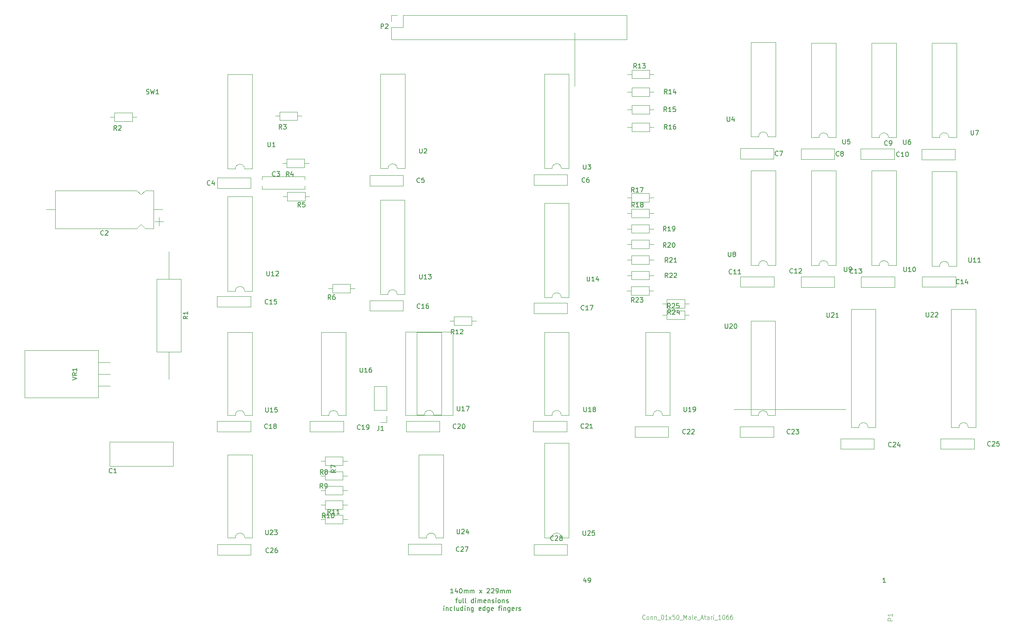
<source format=gbr>
G04 #@! TF.GenerationSoftware,KiCad,Pcbnew,5.1.8-5.1.8*
G04 #@! TF.CreationDate,2021-03-27T17:25:53-07:00*
G04 #@! TF.ProjectId,1066,31303636-2e6b-4696-9361-645f70636258,rev?*
G04 #@! TF.SameCoordinates,Original*
G04 #@! TF.FileFunction,Legend,Top*
G04 #@! TF.FilePolarity,Positive*
%FSLAX46Y46*%
G04 Gerber Fmt 4.6, Leading zero omitted, Abs format (unit mm)*
G04 Created by KiCad (PCBNEW 5.1.8-5.1.8) date 2021-03-27 17:25:53*
%MOMM*%
%LPD*%
G01*
G04 APERTURE LIST*
%ADD10C,0.150000*%
%ADD11C,0.120000*%
%ADD12C,0.050000*%
G04 APERTURE END LIST*
D10*
X169884285Y-153125714D02*
X169884285Y-153792380D01*
X169646190Y-152744761D02*
X169408095Y-153459047D01*
X170027142Y-153459047D01*
X170455714Y-153792380D02*
X170646190Y-153792380D01*
X170741428Y-153744761D01*
X170789047Y-153697142D01*
X170884285Y-153554285D01*
X170931904Y-153363809D01*
X170931904Y-152982857D01*
X170884285Y-152887619D01*
X170836666Y-152840000D01*
X170741428Y-152792380D01*
X170550952Y-152792380D01*
X170455714Y-152840000D01*
X170408095Y-152887619D01*
X170360476Y-152982857D01*
X170360476Y-153220952D01*
X170408095Y-153316190D01*
X170455714Y-153363809D01*
X170550952Y-153411428D01*
X170741428Y-153411428D01*
X170836666Y-153363809D01*
X170884285Y-153316190D01*
X170931904Y-153220952D01*
X141771904Y-157520714D02*
X142152857Y-157520714D01*
X141914761Y-158187380D02*
X141914761Y-157330238D01*
X141962380Y-157235000D01*
X142057619Y-157187380D01*
X142152857Y-157187380D01*
X142914761Y-157520714D02*
X142914761Y-158187380D01*
X142486190Y-157520714D02*
X142486190Y-158044523D01*
X142533809Y-158139761D01*
X142629047Y-158187380D01*
X142771904Y-158187380D01*
X142867142Y-158139761D01*
X142914761Y-158092142D01*
X143533809Y-158187380D02*
X143438571Y-158139761D01*
X143390952Y-158044523D01*
X143390952Y-157187380D01*
X144057619Y-158187380D02*
X143962380Y-158139761D01*
X143914761Y-158044523D01*
X143914761Y-157187380D01*
X145629047Y-158187380D02*
X145629047Y-157187380D01*
X145629047Y-158139761D02*
X145533809Y-158187380D01*
X145343333Y-158187380D01*
X145248095Y-158139761D01*
X145200476Y-158092142D01*
X145152857Y-157996904D01*
X145152857Y-157711190D01*
X145200476Y-157615952D01*
X145248095Y-157568333D01*
X145343333Y-157520714D01*
X145533809Y-157520714D01*
X145629047Y-157568333D01*
X146105238Y-158187380D02*
X146105238Y-157520714D01*
X146105238Y-157187380D02*
X146057619Y-157235000D01*
X146105238Y-157282619D01*
X146152857Y-157235000D01*
X146105238Y-157187380D01*
X146105238Y-157282619D01*
X146581428Y-158187380D02*
X146581428Y-157520714D01*
X146581428Y-157615952D02*
X146629047Y-157568333D01*
X146724285Y-157520714D01*
X146867142Y-157520714D01*
X146962380Y-157568333D01*
X147010000Y-157663571D01*
X147010000Y-158187380D01*
X147010000Y-157663571D02*
X147057619Y-157568333D01*
X147152857Y-157520714D01*
X147295714Y-157520714D01*
X147390952Y-157568333D01*
X147438571Y-157663571D01*
X147438571Y-158187380D01*
X148295714Y-158139761D02*
X148200476Y-158187380D01*
X148010000Y-158187380D01*
X147914761Y-158139761D01*
X147867142Y-158044523D01*
X147867142Y-157663571D01*
X147914761Y-157568333D01*
X148010000Y-157520714D01*
X148200476Y-157520714D01*
X148295714Y-157568333D01*
X148343333Y-157663571D01*
X148343333Y-157758809D01*
X147867142Y-157854047D01*
X148771904Y-157520714D02*
X148771904Y-158187380D01*
X148771904Y-157615952D02*
X148819523Y-157568333D01*
X148914761Y-157520714D01*
X149057619Y-157520714D01*
X149152857Y-157568333D01*
X149200476Y-157663571D01*
X149200476Y-158187380D01*
X149629047Y-158139761D02*
X149724285Y-158187380D01*
X149914761Y-158187380D01*
X150010000Y-158139761D01*
X150057619Y-158044523D01*
X150057619Y-157996904D01*
X150010000Y-157901666D01*
X149914761Y-157854047D01*
X149771904Y-157854047D01*
X149676666Y-157806428D01*
X149629047Y-157711190D01*
X149629047Y-157663571D01*
X149676666Y-157568333D01*
X149771904Y-157520714D01*
X149914761Y-157520714D01*
X150010000Y-157568333D01*
X150486190Y-158187380D02*
X150486190Y-157520714D01*
X150486190Y-157187380D02*
X150438571Y-157235000D01*
X150486190Y-157282619D01*
X150533809Y-157235000D01*
X150486190Y-157187380D01*
X150486190Y-157282619D01*
X151105238Y-158187380D02*
X151010000Y-158139761D01*
X150962380Y-158092142D01*
X150914761Y-157996904D01*
X150914761Y-157711190D01*
X150962380Y-157615952D01*
X151010000Y-157568333D01*
X151105238Y-157520714D01*
X151248095Y-157520714D01*
X151343333Y-157568333D01*
X151390952Y-157615952D01*
X151438571Y-157711190D01*
X151438571Y-157996904D01*
X151390952Y-158092142D01*
X151343333Y-158139761D01*
X151248095Y-158187380D01*
X151105238Y-158187380D01*
X151867142Y-157520714D02*
X151867142Y-158187380D01*
X151867142Y-157615952D02*
X151914761Y-157568333D01*
X152010000Y-157520714D01*
X152152857Y-157520714D01*
X152248095Y-157568333D01*
X152295714Y-157663571D01*
X152295714Y-158187380D01*
X152724285Y-158139761D02*
X152819523Y-158187380D01*
X153010000Y-158187380D01*
X153105238Y-158139761D01*
X153152857Y-158044523D01*
X153152857Y-157996904D01*
X153105238Y-157901666D01*
X153010000Y-157854047D01*
X152867142Y-157854047D01*
X152771904Y-157806428D01*
X152724285Y-157711190D01*
X152724285Y-157663571D01*
X152771904Y-157568333D01*
X152867142Y-157520714D01*
X153010000Y-157520714D01*
X153105238Y-157568333D01*
X139224285Y-159837380D02*
X139224285Y-159170714D01*
X139224285Y-158837380D02*
X139176666Y-158885000D01*
X139224285Y-158932619D01*
X139271904Y-158885000D01*
X139224285Y-158837380D01*
X139224285Y-158932619D01*
X139700476Y-159170714D02*
X139700476Y-159837380D01*
X139700476Y-159265952D02*
X139748095Y-159218333D01*
X139843333Y-159170714D01*
X139986190Y-159170714D01*
X140081428Y-159218333D01*
X140129047Y-159313571D01*
X140129047Y-159837380D01*
X141033809Y-159789761D02*
X140938571Y-159837380D01*
X140748095Y-159837380D01*
X140652857Y-159789761D01*
X140605238Y-159742142D01*
X140557619Y-159646904D01*
X140557619Y-159361190D01*
X140605238Y-159265952D01*
X140652857Y-159218333D01*
X140748095Y-159170714D01*
X140938571Y-159170714D01*
X141033809Y-159218333D01*
X141605238Y-159837380D02*
X141510000Y-159789761D01*
X141462380Y-159694523D01*
X141462380Y-158837380D01*
X142414761Y-159170714D02*
X142414761Y-159837380D01*
X141986190Y-159170714D02*
X141986190Y-159694523D01*
X142033809Y-159789761D01*
X142129047Y-159837380D01*
X142271904Y-159837380D01*
X142367142Y-159789761D01*
X142414761Y-159742142D01*
X143319523Y-159837380D02*
X143319523Y-158837380D01*
X143319523Y-159789761D02*
X143224285Y-159837380D01*
X143033809Y-159837380D01*
X142938571Y-159789761D01*
X142890952Y-159742142D01*
X142843333Y-159646904D01*
X142843333Y-159361190D01*
X142890952Y-159265952D01*
X142938571Y-159218333D01*
X143033809Y-159170714D01*
X143224285Y-159170714D01*
X143319523Y-159218333D01*
X143795714Y-159837380D02*
X143795714Y-159170714D01*
X143795714Y-158837380D02*
X143748095Y-158885000D01*
X143795714Y-158932619D01*
X143843333Y-158885000D01*
X143795714Y-158837380D01*
X143795714Y-158932619D01*
X144271904Y-159170714D02*
X144271904Y-159837380D01*
X144271904Y-159265952D02*
X144319523Y-159218333D01*
X144414761Y-159170714D01*
X144557619Y-159170714D01*
X144652857Y-159218333D01*
X144700476Y-159313571D01*
X144700476Y-159837380D01*
X145605238Y-159170714D02*
X145605238Y-159980238D01*
X145557619Y-160075476D01*
X145510000Y-160123095D01*
X145414761Y-160170714D01*
X145271904Y-160170714D01*
X145176666Y-160123095D01*
X145605238Y-159789761D02*
X145510000Y-159837380D01*
X145319523Y-159837380D01*
X145224285Y-159789761D01*
X145176666Y-159742142D01*
X145129047Y-159646904D01*
X145129047Y-159361190D01*
X145176666Y-159265952D01*
X145224285Y-159218333D01*
X145319523Y-159170714D01*
X145510000Y-159170714D01*
X145605238Y-159218333D01*
X147224285Y-159789761D02*
X147129047Y-159837380D01*
X146938571Y-159837380D01*
X146843333Y-159789761D01*
X146795714Y-159694523D01*
X146795714Y-159313571D01*
X146843333Y-159218333D01*
X146938571Y-159170714D01*
X147129047Y-159170714D01*
X147224285Y-159218333D01*
X147271904Y-159313571D01*
X147271904Y-159408809D01*
X146795714Y-159504047D01*
X148129047Y-159837380D02*
X148129047Y-158837380D01*
X148129047Y-159789761D02*
X148033809Y-159837380D01*
X147843333Y-159837380D01*
X147748095Y-159789761D01*
X147700476Y-159742142D01*
X147652857Y-159646904D01*
X147652857Y-159361190D01*
X147700476Y-159265952D01*
X147748095Y-159218333D01*
X147843333Y-159170714D01*
X148033809Y-159170714D01*
X148129047Y-159218333D01*
X149033809Y-159170714D02*
X149033809Y-159980238D01*
X148986190Y-160075476D01*
X148938571Y-160123095D01*
X148843333Y-160170714D01*
X148700476Y-160170714D01*
X148605238Y-160123095D01*
X149033809Y-159789761D02*
X148938571Y-159837380D01*
X148748095Y-159837380D01*
X148652857Y-159789761D01*
X148605238Y-159742142D01*
X148557619Y-159646904D01*
X148557619Y-159361190D01*
X148605238Y-159265952D01*
X148652857Y-159218333D01*
X148748095Y-159170714D01*
X148938571Y-159170714D01*
X149033809Y-159218333D01*
X149890952Y-159789761D02*
X149795714Y-159837380D01*
X149605238Y-159837380D01*
X149510000Y-159789761D01*
X149462380Y-159694523D01*
X149462380Y-159313571D01*
X149510000Y-159218333D01*
X149605238Y-159170714D01*
X149795714Y-159170714D01*
X149890952Y-159218333D01*
X149938571Y-159313571D01*
X149938571Y-159408809D01*
X149462380Y-159504047D01*
X150986190Y-159170714D02*
X151367142Y-159170714D01*
X151129047Y-159837380D02*
X151129047Y-158980238D01*
X151176666Y-158885000D01*
X151271904Y-158837380D01*
X151367142Y-158837380D01*
X151700476Y-159837380D02*
X151700476Y-159170714D01*
X151700476Y-158837380D02*
X151652857Y-158885000D01*
X151700476Y-158932619D01*
X151748095Y-158885000D01*
X151700476Y-158837380D01*
X151700476Y-158932619D01*
X152176666Y-159170714D02*
X152176666Y-159837380D01*
X152176666Y-159265952D02*
X152224285Y-159218333D01*
X152319523Y-159170714D01*
X152462380Y-159170714D01*
X152557619Y-159218333D01*
X152605238Y-159313571D01*
X152605238Y-159837380D01*
X153510000Y-159170714D02*
X153510000Y-159980238D01*
X153462380Y-160075476D01*
X153414761Y-160123095D01*
X153319523Y-160170714D01*
X153176666Y-160170714D01*
X153081428Y-160123095D01*
X153510000Y-159789761D02*
X153414761Y-159837380D01*
X153224285Y-159837380D01*
X153129047Y-159789761D01*
X153081428Y-159742142D01*
X153033809Y-159646904D01*
X153033809Y-159361190D01*
X153081428Y-159265952D01*
X153129047Y-159218333D01*
X153224285Y-159170714D01*
X153414761Y-159170714D01*
X153510000Y-159218333D01*
X154367142Y-159789761D02*
X154271904Y-159837380D01*
X154081428Y-159837380D01*
X153986190Y-159789761D01*
X153938571Y-159694523D01*
X153938571Y-159313571D01*
X153986190Y-159218333D01*
X154081428Y-159170714D01*
X154271904Y-159170714D01*
X154367142Y-159218333D01*
X154414761Y-159313571D01*
X154414761Y-159408809D01*
X153938571Y-159504047D01*
X154843333Y-159837380D02*
X154843333Y-159170714D01*
X154843333Y-159361190D02*
X154890952Y-159265952D01*
X154938571Y-159218333D01*
X155033809Y-159170714D01*
X155129047Y-159170714D01*
X155414761Y-159789761D02*
X155510000Y-159837380D01*
X155700476Y-159837380D01*
X155795714Y-159789761D01*
X155843333Y-159694523D01*
X155843333Y-159646904D01*
X155795714Y-159551666D01*
X155700476Y-159504047D01*
X155557619Y-159504047D01*
X155462380Y-159456428D01*
X155414761Y-159361190D01*
X155414761Y-159313571D01*
X155462380Y-159218333D01*
X155557619Y-159170714D01*
X155700476Y-159170714D01*
X155795714Y-159218333D01*
X141251428Y-156082380D02*
X140680000Y-156082380D01*
X140965714Y-156082380D02*
X140965714Y-155082380D01*
X140870476Y-155225238D01*
X140775238Y-155320476D01*
X140680000Y-155368095D01*
X142108571Y-155415714D02*
X142108571Y-156082380D01*
X141870476Y-155034761D02*
X141632380Y-155749047D01*
X142251428Y-155749047D01*
X142822857Y-155082380D02*
X142918095Y-155082380D01*
X143013333Y-155130000D01*
X143060952Y-155177619D01*
X143108571Y-155272857D01*
X143156190Y-155463333D01*
X143156190Y-155701428D01*
X143108571Y-155891904D01*
X143060952Y-155987142D01*
X143013333Y-156034761D01*
X142918095Y-156082380D01*
X142822857Y-156082380D01*
X142727619Y-156034761D01*
X142680000Y-155987142D01*
X142632380Y-155891904D01*
X142584761Y-155701428D01*
X142584761Y-155463333D01*
X142632380Y-155272857D01*
X142680000Y-155177619D01*
X142727619Y-155130000D01*
X142822857Y-155082380D01*
X143584761Y-156082380D02*
X143584761Y-155415714D01*
X143584761Y-155510952D02*
X143632380Y-155463333D01*
X143727619Y-155415714D01*
X143870476Y-155415714D01*
X143965714Y-155463333D01*
X144013333Y-155558571D01*
X144013333Y-156082380D01*
X144013333Y-155558571D02*
X144060952Y-155463333D01*
X144156190Y-155415714D01*
X144299047Y-155415714D01*
X144394285Y-155463333D01*
X144441904Y-155558571D01*
X144441904Y-156082380D01*
X144918095Y-156082380D02*
X144918095Y-155415714D01*
X144918095Y-155510952D02*
X144965714Y-155463333D01*
X145060952Y-155415714D01*
X145203809Y-155415714D01*
X145299047Y-155463333D01*
X145346666Y-155558571D01*
X145346666Y-156082380D01*
X145346666Y-155558571D02*
X145394285Y-155463333D01*
X145489523Y-155415714D01*
X145632380Y-155415714D01*
X145727619Y-155463333D01*
X145775238Y-155558571D01*
X145775238Y-156082380D01*
X146918095Y-156082380D02*
X147441904Y-155415714D01*
X146918095Y-155415714D02*
X147441904Y-156082380D01*
X148537142Y-155177619D02*
X148584761Y-155130000D01*
X148680000Y-155082380D01*
X148918095Y-155082380D01*
X149013333Y-155130000D01*
X149060952Y-155177619D01*
X149108571Y-155272857D01*
X149108571Y-155368095D01*
X149060952Y-155510952D01*
X148489523Y-156082380D01*
X149108571Y-156082380D01*
X149489523Y-155177619D02*
X149537142Y-155130000D01*
X149632380Y-155082380D01*
X149870476Y-155082380D01*
X149965714Y-155130000D01*
X150013333Y-155177619D01*
X150060952Y-155272857D01*
X150060952Y-155368095D01*
X150013333Y-155510952D01*
X149441904Y-156082380D01*
X150060952Y-156082380D01*
X150537142Y-156082380D02*
X150727619Y-156082380D01*
X150822857Y-156034761D01*
X150870476Y-155987142D01*
X150965714Y-155844285D01*
X151013333Y-155653809D01*
X151013333Y-155272857D01*
X150965714Y-155177619D01*
X150918095Y-155130000D01*
X150822857Y-155082380D01*
X150632380Y-155082380D01*
X150537142Y-155130000D01*
X150489523Y-155177619D01*
X150441904Y-155272857D01*
X150441904Y-155510952D01*
X150489523Y-155606190D01*
X150537142Y-155653809D01*
X150632380Y-155701428D01*
X150822857Y-155701428D01*
X150918095Y-155653809D01*
X150965714Y-155606190D01*
X151013333Y-155510952D01*
X151441904Y-156082380D02*
X151441904Y-155415714D01*
X151441904Y-155510952D02*
X151489523Y-155463333D01*
X151584761Y-155415714D01*
X151727619Y-155415714D01*
X151822857Y-155463333D01*
X151870476Y-155558571D01*
X151870476Y-156082380D01*
X151870476Y-155558571D02*
X151918095Y-155463333D01*
X152013333Y-155415714D01*
X152156190Y-155415714D01*
X152251428Y-155463333D01*
X152299047Y-155558571D01*
X152299047Y-156082380D01*
X152775238Y-156082380D02*
X152775238Y-155415714D01*
X152775238Y-155510952D02*
X152822857Y-155463333D01*
X152918095Y-155415714D01*
X153060952Y-155415714D01*
X153156190Y-155463333D01*
X153203809Y-155558571D01*
X153203809Y-156082380D01*
X153203809Y-155558571D02*
X153251428Y-155463333D01*
X153346666Y-155415714D01*
X153489523Y-155415714D01*
X153584761Y-155463333D01*
X153632380Y-155558571D01*
X153632380Y-156082380D01*
X234705714Y-153772380D02*
X234134285Y-153772380D01*
X234420000Y-153772380D02*
X234420000Y-152772380D01*
X234324761Y-152915238D01*
X234229523Y-153010476D01*
X234134285Y-153058095D01*
D11*
X226110000Y-116320000D02*
X201910000Y-116310000D01*
X167480000Y-34880000D02*
X167480000Y-46370000D01*
X127840000Y-31090000D02*
X127840000Y-32420000D01*
X129170000Y-31090000D02*
X127840000Y-31090000D01*
X127840000Y-33690000D02*
X127840000Y-36290000D01*
X130440000Y-33690000D02*
X127840000Y-33690000D01*
X130440000Y-31090000D02*
X130440000Y-33690000D01*
X127840000Y-36290000D02*
X178760000Y-36290000D01*
X130440000Y-31090000D02*
X178760000Y-31090000D01*
X178760000Y-31090000D02*
X178760000Y-36290000D01*
X64510000Y-113800000D02*
X64510000Y-103560000D01*
X48620000Y-113800000D02*
X48620000Y-103560000D01*
X48620000Y-113800000D02*
X64510000Y-113800000D01*
X48620000Y-103560000D02*
X64510000Y-103560000D01*
X64510000Y-111220000D02*
X67050000Y-111220000D01*
X64510000Y-108680000D02*
X67050000Y-108680000D01*
X64510000Y-106140000D02*
X67050000Y-106140000D01*
X99910000Y-66665000D02*
X99910000Y-65960000D01*
X99910000Y-68700000D02*
X99910000Y-67995000D01*
X109150000Y-66665000D02*
X109150000Y-65960000D01*
X109150000Y-68700000D02*
X109150000Y-67995000D01*
X109150000Y-65960000D02*
X99910000Y-65960000D01*
X109150000Y-68700000D02*
X99910000Y-68700000D01*
X92520000Y-64300000D02*
X94170000Y-64300000D01*
X92520000Y-43860000D02*
X92520000Y-64300000D01*
X97820000Y-43860000D02*
X92520000Y-43860000D01*
X97820000Y-64300000D02*
X97820000Y-43860000D01*
X96170000Y-64300000D02*
X97820000Y-64300000D01*
X94170000Y-64300000D02*
G75*
G02*
X96170000Y-64300000I1000000J0D01*
G01*
X97510000Y-66240000D02*
X97510000Y-68480000D01*
X90270000Y-66240000D02*
X90270000Y-68480000D01*
X90270000Y-68480000D02*
X97510000Y-68480000D01*
X90270000Y-66240000D02*
X97510000Y-66240000D01*
X130450000Y-65740000D02*
X130450000Y-67980000D01*
X123210000Y-65740000D02*
X123210000Y-67980000D01*
X123210000Y-67980000D02*
X130450000Y-67980000D01*
X123210000Y-65740000D02*
X130450000Y-65740000D01*
X165910000Y-65570000D02*
X165910000Y-67810000D01*
X158670000Y-65570000D02*
X158670000Y-67810000D01*
X158670000Y-67810000D02*
X165910000Y-67810000D01*
X158670000Y-65570000D02*
X165910000Y-65570000D01*
X203300000Y-62110000D02*
X203300000Y-59870000D01*
X210540000Y-62110000D02*
X210540000Y-59870000D01*
X210540000Y-59870000D02*
X203300000Y-59870000D01*
X210540000Y-62110000D02*
X203300000Y-62110000D01*
X216400000Y-62200000D02*
X216400000Y-59960000D01*
X223640000Y-62200000D02*
X223640000Y-59960000D01*
X223640000Y-59960000D02*
X216400000Y-59960000D01*
X223640000Y-62200000D02*
X216400000Y-62200000D01*
X229340000Y-62200000D02*
X229340000Y-59960000D01*
X236580000Y-62200000D02*
X236580000Y-59960000D01*
X236580000Y-59960000D02*
X229340000Y-59960000D01*
X236580000Y-62200000D02*
X229340000Y-62200000D01*
X242500000Y-62280000D02*
X242500000Y-60040000D01*
X249740000Y-62280000D02*
X249740000Y-60040000D01*
X249740000Y-60040000D02*
X242500000Y-60040000D01*
X249740000Y-62280000D02*
X242500000Y-62280000D01*
X203320000Y-89870000D02*
X203320000Y-87630000D01*
X210560000Y-89870000D02*
X210560000Y-87630000D01*
X210560000Y-87630000D02*
X203320000Y-87630000D01*
X210560000Y-89870000D02*
X203320000Y-89870000D01*
X216400000Y-89880000D02*
X216400000Y-87640000D01*
X223640000Y-89880000D02*
X223640000Y-87640000D01*
X223640000Y-87640000D02*
X216400000Y-87640000D01*
X223640000Y-89880000D02*
X216400000Y-89880000D01*
X229400000Y-89880000D02*
X229400000Y-87640000D01*
X236640000Y-89880000D02*
X236640000Y-87640000D01*
X236640000Y-87640000D02*
X229400000Y-87640000D01*
X236640000Y-89880000D02*
X229400000Y-89880000D01*
X242610000Y-89870000D02*
X242610000Y-87630000D01*
X249850000Y-89870000D02*
X249850000Y-87630000D01*
X249850000Y-87630000D02*
X242610000Y-87630000D01*
X249850000Y-89870000D02*
X242610000Y-89870000D01*
X97460000Y-91890000D02*
X97460000Y-94130000D01*
X90220000Y-91890000D02*
X90220000Y-94130000D01*
X90220000Y-94130000D02*
X97460000Y-94130000D01*
X90220000Y-91890000D02*
X97460000Y-91890000D01*
X130430000Y-92790000D02*
X130430000Y-95030000D01*
X123190000Y-92790000D02*
X123190000Y-95030000D01*
X123190000Y-95030000D02*
X130430000Y-95030000D01*
X123190000Y-92790000D02*
X130430000Y-92790000D01*
X165910000Y-93320000D02*
X165910000Y-95560000D01*
X158670000Y-93320000D02*
X158670000Y-95560000D01*
X158670000Y-95560000D02*
X165910000Y-95560000D01*
X158670000Y-93320000D02*
X165910000Y-93320000D01*
X97470000Y-118900000D02*
X97470000Y-121140000D01*
X90230000Y-118900000D02*
X90230000Y-121140000D01*
X90230000Y-121140000D02*
X97470000Y-121140000D01*
X90230000Y-118900000D02*
X97470000Y-118900000D01*
X117540000Y-118910000D02*
X117540000Y-121150000D01*
X110300000Y-118910000D02*
X110300000Y-121150000D01*
X110300000Y-121150000D02*
X117540000Y-121150000D01*
X110300000Y-118910000D02*
X117540000Y-118910000D01*
X138320000Y-118900000D02*
X138320000Y-121140000D01*
X131080000Y-118900000D02*
X131080000Y-121140000D01*
X131080000Y-121140000D02*
X138320000Y-121140000D01*
X131080000Y-118900000D02*
X138320000Y-118900000D01*
X165770000Y-118910000D02*
X165770000Y-121150000D01*
X158530000Y-118910000D02*
X158530000Y-121150000D01*
X158530000Y-121150000D02*
X165770000Y-121150000D01*
X158530000Y-118910000D02*
X165770000Y-118910000D01*
X187740000Y-120100000D02*
X187740000Y-122340000D01*
X180500000Y-120100000D02*
X180500000Y-122340000D01*
X180500000Y-122340000D02*
X187740000Y-122340000D01*
X180500000Y-120100000D02*
X187740000Y-120100000D01*
X210500000Y-120100000D02*
X210500000Y-122340000D01*
X203260000Y-120100000D02*
X203260000Y-122340000D01*
X203260000Y-122340000D02*
X210500000Y-122340000D01*
X203260000Y-120100000D02*
X210500000Y-120100000D01*
X232185000Y-122670000D02*
X232185000Y-124910000D01*
X224945000Y-122670000D02*
X224945000Y-124910000D01*
X224945000Y-124910000D02*
X232185000Y-124910000D01*
X224945000Y-122670000D02*
X232185000Y-122670000D01*
X253830000Y-122670000D02*
X253830000Y-124910000D01*
X246590000Y-122670000D02*
X246590000Y-124910000D01*
X246590000Y-124910000D02*
X253830000Y-124910000D01*
X246590000Y-122670000D02*
X253830000Y-122670000D01*
X97510000Y-145560000D02*
X97510000Y-147800000D01*
X90270000Y-145560000D02*
X90270000Y-147800000D01*
X90270000Y-147800000D02*
X97510000Y-147800000D01*
X90270000Y-145560000D02*
X97510000Y-145560000D01*
X138740000Y-145490000D02*
X138740000Y-147730000D01*
X131500000Y-145490000D02*
X131500000Y-147730000D01*
X131500000Y-147730000D02*
X138740000Y-147730000D01*
X131500000Y-145490000D02*
X138740000Y-145490000D01*
X165920000Y-145560000D02*
X165920000Y-147800000D01*
X158680000Y-145560000D02*
X158680000Y-147800000D01*
X158680000Y-147800000D02*
X165920000Y-147800000D01*
X158680000Y-145560000D02*
X165920000Y-145560000D01*
X231683332Y-57530000D02*
X233333332Y-57530000D01*
X231683332Y-37090000D02*
X231683332Y-57530000D01*
X236983332Y-37090000D02*
X231683332Y-37090000D01*
X236983332Y-57530000D02*
X236983332Y-37090000D01*
X235333332Y-57530000D02*
X236983332Y-57530000D01*
X233333332Y-57530000D02*
G75*
G02*
X235333332Y-57530000I1000000J0D01*
G01*
X248370000Y-85320000D02*
X250020000Y-85320000D01*
X250020000Y-85320000D02*
X250020000Y-64880000D01*
X250020000Y-64880000D02*
X244720000Y-64880000D01*
X244720000Y-64880000D02*
X244720000Y-85320000D01*
X244720000Y-85320000D02*
X246370000Y-85320000D01*
X246370000Y-85320000D02*
G75*
G02*
X248370000Y-85320000I1000000J0D01*
G01*
X66960000Y-128630000D02*
X66960000Y-123390000D01*
X80700000Y-128630000D02*
X80700000Y-123390000D01*
X80700000Y-123390000D02*
X66960000Y-123390000D01*
X80700000Y-128630000D02*
X66960000Y-128630000D01*
X67090000Y-53110000D02*
X68040000Y-53110000D01*
X72830000Y-53110000D02*
X71880000Y-53110000D01*
X68040000Y-54030000D02*
X71880000Y-54030000D01*
X68040000Y-52190000D02*
X68040000Y-54030000D01*
X71880000Y-52190000D02*
X68040000Y-52190000D01*
X71880000Y-54030000D02*
X71880000Y-52190000D01*
X102770000Y-52880000D02*
X103720000Y-52880000D01*
X108510000Y-52880000D02*
X107560000Y-52880000D01*
X103720000Y-53800000D02*
X107560000Y-53800000D01*
X103720000Y-51960000D02*
X103720000Y-53800000D01*
X107560000Y-51960000D02*
X103720000Y-51960000D01*
X107560000Y-53800000D02*
X107560000Y-51960000D01*
X104310000Y-63090000D02*
X105260000Y-63090000D01*
X110050000Y-63090000D02*
X109100000Y-63090000D01*
X105260000Y-64010000D02*
X109100000Y-64010000D01*
X105260000Y-62170000D02*
X105260000Y-64010000D01*
X109100000Y-62170000D02*
X105260000Y-62170000D01*
X109100000Y-64010000D02*
X109100000Y-62170000D01*
X104430000Y-70250000D02*
X105380000Y-70250000D01*
X110170000Y-70250000D02*
X109220000Y-70250000D01*
X105380000Y-71170000D02*
X109220000Y-71170000D01*
X105380000Y-69330000D02*
X105380000Y-71170000D01*
X109220000Y-69330000D02*
X105380000Y-69330000D01*
X109220000Y-71170000D02*
X109220000Y-69330000D01*
X119960000Y-90150000D02*
X119010000Y-90150000D01*
X114220000Y-90150000D02*
X115170000Y-90150000D01*
X119010000Y-89230000D02*
X115170000Y-89230000D01*
X119010000Y-91070000D02*
X119010000Y-89230000D01*
X115170000Y-91070000D02*
X119010000Y-91070000D01*
X115170000Y-89230000D02*
X115170000Y-91070000D01*
X112620000Y-127510000D02*
X113570000Y-127510000D01*
X118360000Y-127510000D02*
X117410000Y-127510000D01*
X113570000Y-128430000D02*
X117410000Y-128430000D01*
X113570000Y-126590000D02*
X113570000Y-128430000D01*
X117410000Y-126590000D02*
X113570000Y-126590000D01*
X117410000Y-128430000D02*
X117410000Y-126590000D01*
X118350000Y-130692500D02*
X117400000Y-130692500D01*
X112610000Y-130692500D02*
X113560000Y-130692500D01*
X117400000Y-129772500D02*
X113560000Y-129772500D01*
X117400000Y-131612500D02*
X117400000Y-129772500D01*
X113560000Y-131612500D02*
X117400000Y-131612500D01*
X113560000Y-129772500D02*
X113560000Y-131612500D01*
X112610000Y-133835000D02*
X113560000Y-133835000D01*
X118350000Y-133835000D02*
X117400000Y-133835000D01*
X113560000Y-134755000D02*
X117400000Y-134755000D01*
X113560000Y-132915000D02*
X113560000Y-134755000D01*
X117400000Y-132915000D02*
X113560000Y-132915000D01*
X117400000Y-134755000D02*
X117400000Y-132915000D01*
X112610000Y-136977500D02*
X113560000Y-136977500D01*
X118350000Y-136977500D02*
X117400000Y-136977500D01*
X113560000Y-137897500D02*
X117400000Y-137897500D01*
X113560000Y-136057500D02*
X113560000Y-137897500D01*
X117400000Y-136057500D02*
X113560000Y-136057500D01*
X117400000Y-137897500D02*
X117400000Y-136057500D01*
X112610000Y-140120000D02*
X113560000Y-140120000D01*
X118350000Y-140120000D02*
X117400000Y-140120000D01*
X113560000Y-141040000D02*
X117400000Y-141040000D01*
X113560000Y-139200000D02*
X113560000Y-141040000D01*
X117400000Y-139200000D02*
X113560000Y-139200000D01*
X117400000Y-141040000D02*
X117400000Y-139200000D01*
X140480000Y-97210000D02*
X141430000Y-97210000D01*
X146220000Y-97210000D02*
X145270000Y-97210000D01*
X141430000Y-98130000D02*
X145270000Y-98130000D01*
X141430000Y-96290000D02*
X141430000Y-98130000D01*
X145270000Y-96290000D02*
X141430000Y-96290000D01*
X145270000Y-98130000D02*
X145270000Y-96290000D01*
X178870000Y-43830000D02*
X179820000Y-43830000D01*
X184610000Y-43830000D02*
X183660000Y-43830000D01*
X179820000Y-44750000D02*
X183660000Y-44750000D01*
X179820000Y-42910000D02*
X179820000Y-44750000D01*
X183660000Y-42910000D02*
X179820000Y-42910000D01*
X183660000Y-44750000D02*
X183660000Y-42910000D01*
X178880000Y-47650000D02*
X179830000Y-47650000D01*
X184620000Y-47650000D02*
X183670000Y-47650000D01*
X179830000Y-48570000D02*
X183670000Y-48570000D01*
X179830000Y-46730000D02*
X179830000Y-48570000D01*
X183670000Y-46730000D02*
X179830000Y-46730000D01*
X183670000Y-48570000D02*
X183670000Y-46730000D01*
X178880000Y-51460000D02*
X179830000Y-51460000D01*
X184620000Y-51460000D02*
X183670000Y-51460000D01*
X179830000Y-52380000D02*
X183670000Y-52380000D01*
X179830000Y-50540000D02*
X179830000Y-52380000D01*
X183670000Y-50540000D02*
X179830000Y-50540000D01*
X183670000Y-52380000D02*
X183670000Y-50540000D01*
X178880000Y-55270000D02*
X179830000Y-55270000D01*
X184620000Y-55270000D02*
X183670000Y-55270000D01*
X179830000Y-56190000D02*
X183670000Y-56190000D01*
X179830000Y-54350000D02*
X179830000Y-56190000D01*
X183670000Y-54350000D02*
X179830000Y-54350000D01*
X183670000Y-56190000D02*
X183670000Y-54350000D01*
X178820000Y-70560000D02*
X179770000Y-70560000D01*
X184560000Y-70560000D02*
X183610000Y-70560000D01*
X179770000Y-71480000D02*
X183610000Y-71480000D01*
X179770000Y-69640000D02*
X179770000Y-71480000D01*
X183610000Y-69640000D02*
X179770000Y-69640000D01*
X183610000Y-71480000D02*
X183610000Y-69640000D01*
X178820000Y-73916666D02*
X179770000Y-73916666D01*
X184560000Y-73916666D02*
X183610000Y-73916666D01*
X179770000Y-74836666D02*
X183610000Y-74836666D01*
X179770000Y-72996666D02*
X179770000Y-74836666D01*
X183610000Y-72996666D02*
X179770000Y-72996666D01*
X183610000Y-74836666D02*
X183610000Y-72996666D01*
X178820000Y-77273332D02*
X179770000Y-77273332D01*
X184560000Y-77273332D02*
X183610000Y-77273332D01*
X179770000Y-78193332D02*
X183610000Y-78193332D01*
X179770000Y-76353332D02*
X179770000Y-78193332D01*
X183610000Y-76353332D02*
X179770000Y-76353332D01*
X183610000Y-78193332D02*
X183610000Y-76353332D01*
X178820000Y-80629998D02*
X179770000Y-80629998D01*
X184560000Y-80629998D02*
X183610000Y-80629998D01*
X179770000Y-81549998D02*
X183610000Y-81549998D01*
X179770000Y-79709998D02*
X179770000Y-81549998D01*
X183610000Y-79709998D02*
X179770000Y-79709998D01*
X183610000Y-81549998D02*
X183610000Y-79709998D01*
X184560000Y-83986664D02*
X183610000Y-83986664D01*
X178820000Y-83986664D02*
X179770000Y-83986664D01*
X183610000Y-83066664D02*
X179770000Y-83066664D01*
X183610000Y-84906664D02*
X183610000Y-83066664D01*
X179770000Y-84906664D02*
X183610000Y-84906664D01*
X179770000Y-83066664D02*
X179770000Y-84906664D01*
X184560000Y-87343330D02*
X183610000Y-87343330D01*
X178820000Y-87343330D02*
X179770000Y-87343330D01*
X183610000Y-86423330D02*
X179770000Y-86423330D01*
X183610000Y-88263330D02*
X183610000Y-86423330D01*
X179770000Y-88263330D02*
X183610000Y-88263330D01*
X179770000Y-86423330D02*
X179770000Y-88263330D01*
X184520000Y-90700000D02*
X183570000Y-90700000D01*
X178780000Y-90700000D02*
X179730000Y-90700000D01*
X183570000Y-89780000D02*
X179730000Y-89780000D01*
X183570000Y-91620000D02*
X183570000Y-89780000D01*
X179730000Y-91620000D02*
X183570000Y-91620000D01*
X179730000Y-89780000D02*
X179730000Y-91620000D01*
X186460000Y-93480000D02*
X187410000Y-93480000D01*
X192200000Y-93480000D02*
X191250000Y-93480000D01*
X187410000Y-94400000D02*
X191250000Y-94400000D01*
X187410000Y-92560000D02*
X187410000Y-94400000D01*
X191250000Y-92560000D02*
X187410000Y-92560000D01*
X191250000Y-94400000D02*
X191250000Y-92560000D01*
X186470000Y-95940000D02*
X187420000Y-95940000D01*
X192210000Y-95940000D02*
X191260000Y-95940000D01*
X187420000Y-96860000D02*
X191260000Y-96860000D01*
X187420000Y-95020000D02*
X187420000Y-96860000D01*
X191260000Y-95020000D02*
X187420000Y-95020000D01*
X191260000Y-96860000D02*
X191260000Y-95020000D01*
X78560000Y-75690000D02*
X76760000Y-75690000D01*
X77660000Y-76590000D02*
X77660000Y-74790000D01*
X76460000Y-77210000D02*
X76460000Y-68970000D01*
X55220000Y-77210000D02*
X55220000Y-68970000D01*
X76460000Y-77210000D02*
X74660000Y-77210000D01*
X74660000Y-77210000D02*
X73760000Y-76310000D01*
X73760000Y-76310000D02*
X72860000Y-77210000D01*
X72860000Y-77210000D02*
X55220000Y-77210000D01*
X76460000Y-68970000D02*
X74660000Y-68970000D01*
X74660000Y-68970000D02*
X73760000Y-69870000D01*
X73760000Y-69870000D02*
X72860000Y-68970000D01*
X72860000Y-68970000D02*
X55220000Y-68970000D01*
X78400000Y-73090000D02*
X76460000Y-73090000D01*
X53280000Y-73090000D02*
X55220000Y-73090000D01*
X126840000Y-111380000D02*
X124180000Y-111380000D01*
X126840000Y-116520000D02*
X126840000Y-111380000D01*
X124180000Y-116520000D02*
X124180000Y-111380000D01*
X126840000Y-116520000D02*
X124180000Y-116520000D01*
X126840000Y-117790000D02*
X126840000Y-119120000D01*
X126840000Y-119120000D02*
X125510000Y-119120000D01*
X82420000Y-88120000D02*
X77180000Y-88120000D01*
X77180000Y-88120000D02*
X77180000Y-103860000D01*
X77180000Y-103860000D02*
X82420000Y-103860000D01*
X82420000Y-103860000D02*
X82420000Y-88120000D01*
X79800000Y-82190000D02*
X79800000Y-88120000D01*
X79800000Y-109790000D02*
X79800000Y-103860000D01*
X129150000Y-64220000D02*
X130800000Y-64220000D01*
X130800000Y-64220000D02*
X130800000Y-43780000D01*
X130800000Y-43780000D02*
X125500000Y-43780000D01*
X125500000Y-43780000D02*
X125500000Y-64220000D01*
X125500000Y-64220000D02*
X127150000Y-64220000D01*
X127150000Y-64220000D02*
G75*
G02*
X129150000Y-64220000I1000000J0D01*
G01*
X164600000Y-64200000D02*
X166250000Y-64200000D01*
X166250000Y-64200000D02*
X166250000Y-43760000D01*
X166250000Y-43760000D02*
X160950000Y-43760000D01*
X160950000Y-43760000D02*
X160950000Y-64200000D01*
X160950000Y-64200000D02*
X162600000Y-64200000D01*
X162600000Y-64200000D02*
G75*
G02*
X164600000Y-64200000I1000000J0D01*
G01*
X209260000Y-57320000D02*
X210910000Y-57320000D01*
X210910000Y-57320000D02*
X210910000Y-36880000D01*
X210910000Y-36880000D02*
X205610000Y-36880000D01*
X205610000Y-36880000D02*
X205610000Y-57320000D01*
X205610000Y-57320000D02*
X207260000Y-57320000D01*
X207260000Y-57320000D02*
G75*
G02*
X209260000Y-57320000I1000000J0D01*
G01*
X222296666Y-57530000D02*
X223946666Y-57530000D01*
X223946666Y-57530000D02*
X223946666Y-37090000D01*
X223946666Y-37090000D02*
X218646666Y-37090000D01*
X218646666Y-37090000D02*
X218646666Y-57530000D01*
X218646666Y-57530000D02*
X220296666Y-57530000D01*
X220296666Y-57530000D02*
G75*
G02*
X222296666Y-57530000I1000000J0D01*
G01*
X248370000Y-57500000D02*
X250020000Y-57500000D01*
X250020000Y-57500000D02*
X250020000Y-37060000D01*
X250020000Y-37060000D02*
X244720000Y-37060000D01*
X244720000Y-37060000D02*
X244720000Y-57500000D01*
X244720000Y-57500000D02*
X246370000Y-57500000D01*
X246370000Y-57500000D02*
G75*
G02*
X248370000Y-57500000I1000000J0D01*
G01*
X205610000Y-85160000D02*
X207260000Y-85160000D01*
X205610000Y-64720000D02*
X205610000Y-85160000D01*
X210910000Y-64720000D02*
X205610000Y-64720000D01*
X210910000Y-85160000D02*
X210910000Y-64720000D01*
X209260000Y-85160000D02*
X210910000Y-85160000D01*
X207260000Y-85160000D02*
G75*
G02*
X209260000Y-85160000I1000000J0D01*
G01*
X222296666Y-85160000D02*
X223946666Y-85160000D01*
X223946666Y-85160000D02*
X223946666Y-64720000D01*
X223946666Y-64720000D02*
X218646666Y-64720000D01*
X218646666Y-64720000D02*
X218646666Y-85160000D01*
X218646666Y-85160000D02*
X220296666Y-85160000D01*
X220296666Y-85160000D02*
G75*
G02*
X222296666Y-85160000I1000000J0D01*
G01*
X231683332Y-85160000D02*
X233333332Y-85160000D01*
X231683332Y-64720000D02*
X231683332Y-85160000D01*
X236983332Y-64720000D02*
X231683332Y-64720000D01*
X236983332Y-85160000D02*
X236983332Y-64720000D01*
X235333332Y-85160000D02*
X236983332Y-85160000D01*
X233333332Y-85160000D02*
G75*
G02*
X235333332Y-85160000I1000000J0D01*
G01*
X92520000Y-90740000D02*
X94170000Y-90740000D01*
X92520000Y-70300000D02*
X92520000Y-90740000D01*
X97820000Y-70300000D02*
X92520000Y-70300000D01*
X97820000Y-90740000D02*
X97820000Y-70300000D01*
X96170000Y-90740000D02*
X97820000Y-90740000D01*
X94170000Y-90740000D02*
G75*
G02*
X96170000Y-90740000I1000000J0D01*
G01*
X129130000Y-91460000D02*
X130780000Y-91460000D01*
X130780000Y-91460000D02*
X130780000Y-71020000D01*
X130780000Y-71020000D02*
X125480000Y-71020000D01*
X125480000Y-71020000D02*
X125480000Y-91460000D01*
X125480000Y-91460000D02*
X127130000Y-91460000D01*
X127130000Y-91460000D02*
G75*
G02*
X129130000Y-91460000I1000000J0D01*
G01*
X160950000Y-92120000D02*
X162600000Y-92120000D01*
X160950000Y-71680000D02*
X160950000Y-92120000D01*
X166250000Y-71680000D02*
X160950000Y-71680000D01*
X166250000Y-92120000D02*
X166250000Y-71680000D01*
X164600000Y-92120000D02*
X166250000Y-92120000D01*
X162600000Y-92120000D02*
G75*
G02*
X164600000Y-92120000I1000000J0D01*
G01*
X96170000Y-117580000D02*
X97820000Y-117580000D01*
X97820000Y-117580000D02*
X97820000Y-99680000D01*
X97820000Y-99680000D02*
X92520000Y-99680000D01*
X92520000Y-99680000D02*
X92520000Y-117580000D01*
X92520000Y-117580000D02*
X94170000Y-117580000D01*
X94170000Y-117580000D02*
G75*
G02*
X96170000Y-117580000I1000000J0D01*
G01*
X112720000Y-117580000D02*
X114370000Y-117580000D01*
X112720000Y-99680000D02*
X112720000Y-117580000D01*
X118020000Y-99680000D02*
X112720000Y-99680000D01*
X118020000Y-117580000D02*
X118020000Y-99680000D01*
X116370000Y-117580000D02*
X118020000Y-117580000D01*
X114370000Y-117580000D02*
G75*
G02*
X116370000Y-117580000I1000000J0D01*
G01*
X130880000Y-117590000D02*
X141160000Y-117590000D01*
X130880000Y-99570000D02*
X130880000Y-117590000D01*
X141160000Y-99570000D02*
X130880000Y-99570000D01*
X141160000Y-117590000D02*
X141160000Y-99570000D01*
X133370000Y-117530000D02*
X135020000Y-117530000D01*
X133370000Y-99630000D02*
X133370000Y-117530000D01*
X138670000Y-99630000D02*
X133370000Y-99630000D01*
X138670000Y-117530000D02*
X138670000Y-99630000D01*
X137020000Y-117530000D02*
X138670000Y-117530000D01*
X135020000Y-117530000D02*
G75*
G02*
X137020000Y-117530000I1000000J0D01*
G01*
X160950000Y-117580000D02*
X162600000Y-117580000D01*
X160950000Y-99680000D02*
X160950000Y-117580000D01*
X166250000Y-99680000D02*
X160950000Y-99680000D01*
X166250000Y-117580000D02*
X166250000Y-99680000D01*
X164600000Y-117580000D02*
X166250000Y-117580000D01*
X162600000Y-117580000D02*
G75*
G02*
X164600000Y-117580000I1000000J0D01*
G01*
X186460000Y-117580000D02*
X188110000Y-117580000D01*
X188110000Y-117580000D02*
X188110000Y-99680000D01*
X188110000Y-99680000D02*
X182810000Y-99680000D01*
X182810000Y-99680000D02*
X182810000Y-117580000D01*
X182810000Y-117580000D02*
X184460000Y-117580000D01*
X184460000Y-117580000D02*
G75*
G02*
X186460000Y-117580000I1000000J0D01*
G01*
X205570000Y-117630000D02*
X207220000Y-117630000D01*
X205570000Y-97190000D02*
X205570000Y-117630000D01*
X210870000Y-97190000D02*
X205570000Y-97190000D01*
X210870000Y-117630000D02*
X210870000Y-97190000D01*
X209220000Y-117630000D02*
X210870000Y-117630000D01*
X207220000Y-117630000D02*
G75*
G02*
X209220000Y-117630000I1000000J0D01*
G01*
X227255000Y-120200000D02*
X228905000Y-120200000D01*
X227255000Y-94680000D02*
X227255000Y-120200000D01*
X232555000Y-94680000D02*
X227255000Y-94680000D01*
X232555000Y-120200000D02*
X232555000Y-94680000D01*
X230905000Y-120200000D02*
X232555000Y-120200000D01*
X228905000Y-120200000D02*
G75*
G02*
X230905000Y-120200000I1000000J0D01*
G01*
X252550000Y-120200000D02*
X254200000Y-120200000D01*
X254200000Y-120200000D02*
X254200000Y-94680000D01*
X254200000Y-94680000D02*
X248900000Y-94680000D01*
X248900000Y-94680000D02*
X248900000Y-120200000D01*
X248900000Y-120200000D02*
X250550000Y-120200000D01*
X250550000Y-120200000D02*
G75*
G02*
X252550000Y-120200000I1000000J0D01*
G01*
X92520000Y-144080000D02*
X94170000Y-144080000D01*
X92520000Y-126180000D02*
X92520000Y-144080000D01*
X97820000Y-126180000D02*
X92520000Y-126180000D01*
X97820000Y-144080000D02*
X97820000Y-126180000D01*
X96170000Y-144080000D02*
X97820000Y-144080000D01*
X94170000Y-144080000D02*
G75*
G02*
X96170000Y-144080000I1000000J0D01*
G01*
X137470000Y-144080000D02*
X139120000Y-144080000D01*
X139120000Y-144080000D02*
X139120000Y-126180000D01*
X139120000Y-126180000D02*
X133820000Y-126180000D01*
X133820000Y-126180000D02*
X133820000Y-144080000D01*
X133820000Y-144080000D02*
X135470000Y-144080000D01*
X135470000Y-144080000D02*
G75*
G02*
X137470000Y-144080000I1000000J0D01*
G01*
X160950000Y-144080000D02*
X162600000Y-144080000D01*
X160950000Y-123640000D02*
X160950000Y-144080000D01*
X166250000Y-123640000D02*
X160950000Y-123640000D01*
X166250000Y-144080000D02*
X166250000Y-123640000D01*
X164600000Y-144080000D02*
X166250000Y-144080000D01*
X162600000Y-144080000D02*
G75*
G02*
X164600000Y-144080000I1000000J0D01*
G01*
D10*
X125631904Y-33962380D02*
X125631904Y-32962380D01*
X126012857Y-32962380D01*
X126108095Y-33010000D01*
X126155714Y-33057619D01*
X126203333Y-33152857D01*
X126203333Y-33295714D01*
X126155714Y-33390952D01*
X126108095Y-33438571D01*
X126012857Y-33486190D01*
X125631904Y-33486190D01*
X126584285Y-33057619D02*
X126631904Y-33010000D01*
X126727142Y-32962380D01*
X126965238Y-32962380D01*
X127060476Y-33010000D01*
X127108095Y-33057619D01*
X127155714Y-33152857D01*
X127155714Y-33248095D01*
X127108095Y-33390952D01*
X126536666Y-33962380D01*
X127155714Y-33962380D01*
X58912380Y-109959523D02*
X59912380Y-109626190D01*
X58912380Y-109292857D01*
X59912380Y-108388095D02*
X59436190Y-108721428D01*
X59912380Y-108959523D02*
X58912380Y-108959523D01*
X58912380Y-108578571D01*
X58960000Y-108483333D01*
X59007619Y-108435714D01*
X59102857Y-108388095D01*
X59245714Y-108388095D01*
X59340952Y-108435714D01*
X59388571Y-108483333D01*
X59436190Y-108578571D01*
X59436190Y-108959523D01*
X59912380Y-107435714D02*
X59912380Y-108007142D01*
X59912380Y-107721428D02*
X58912380Y-107721428D01*
X59055238Y-107816666D01*
X59150476Y-107911904D01*
X59198095Y-108007142D01*
X102783333Y-65787142D02*
X102735714Y-65834761D01*
X102592857Y-65882380D01*
X102497619Y-65882380D01*
X102354761Y-65834761D01*
X102259523Y-65739523D01*
X102211904Y-65644285D01*
X102164285Y-65453809D01*
X102164285Y-65310952D01*
X102211904Y-65120476D01*
X102259523Y-65025238D01*
X102354761Y-64930000D01*
X102497619Y-64882380D01*
X102592857Y-64882380D01*
X102735714Y-64930000D01*
X102783333Y-64977619D01*
X103116666Y-64882380D02*
X103735714Y-64882380D01*
X103402380Y-65263333D01*
X103545238Y-65263333D01*
X103640476Y-65310952D01*
X103688095Y-65358571D01*
X103735714Y-65453809D01*
X103735714Y-65691904D01*
X103688095Y-65787142D01*
X103640476Y-65834761D01*
X103545238Y-65882380D01*
X103259523Y-65882380D01*
X103164285Y-65834761D01*
X103116666Y-65787142D01*
X101178095Y-58502380D02*
X101178095Y-59311904D01*
X101225714Y-59407142D01*
X101273333Y-59454761D01*
X101368571Y-59502380D01*
X101559047Y-59502380D01*
X101654285Y-59454761D01*
X101701904Y-59407142D01*
X101749523Y-59311904D01*
X101749523Y-58502380D01*
X102749523Y-59502380D02*
X102178095Y-59502380D01*
X102463809Y-59502380D02*
X102463809Y-58502380D01*
X102368571Y-58645238D01*
X102273333Y-58740476D01*
X102178095Y-58788095D01*
X88703333Y-67737142D02*
X88655714Y-67784761D01*
X88512857Y-67832380D01*
X88417619Y-67832380D01*
X88274761Y-67784761D01*
X88179523Y-67689523D01*
X88131904Y-67594285D01*
X88084285Y-67403809D01*
X88084285Y-67260952D01*
X88131904Y-67070476D01*
X88179523Y-66975238D01*
X88274761Y-66880000D01*
X88417619Y-66832380D01*
X88512857Y-66832380D01*
X88655714Y-66880000D01*
X88703333Y-66927619D01*
X89560476Y-67165714D02*
X89560476Y-67832380D01*
X89322380Y-66784761D02*
X89084285Y-67499047D01*
X89703333Y-67499047D01*
X134033333Y-67177142D02*
X133985714Y-67224761D01*
X133842857Y-67272380D01*
X133747619Y-67272380D01*
X133604761Y-67224761D01*
X133509523Y-67129523D01*
X133461904Y-67034285D01*
X133414285Y-66843809D01*
X133414285Y-66700952D01*
X133461904Y-66510476D01*
X133509523Y-66415238D01*
X133604761Y-66320000D01*
X133747619Y-66272380D01*
X133842857Y-66272380D01*
X133985714Y-66320000D01*
X134033333Y-66367619D01*
X134938095Y-66272380D02*
X134461904Y-66272380D01*
X134414285Y-66748571D01*
X134461904Y-66700952D01*
X134557142Y-66653333D01*
X134795238Y-66653333D01*
X134890476Y-66700952D01*
X134938095Y-66748571D01*
X134985714Y-66843809D01*
X134985714Y-67081904D01*
X134938095Y-67177142D01*
X134890476Y-67224761D01*
X134795238Y-67272380D01*
X134557142Y-67272380D01*
X134461904Y-67224761D01*
X134414285Y-67177142D01*
X169683333Y-67127142D02*
X169635714Y-67174761D01*
X169492857Y-67222380D01*
X169397619Y-67222380D01*
X169254761Y-67174761D01*
X169159523Y-67079523D01*
X169111904Y-66984285D01*
X169064285Y-66793809D01*
X169064285Y-66650952D01*
X169111904Y-66460476D01*
X169159523Y-66365238D01*
X169254761Y-66270000D01*
X169397619Y-66222380D01*
X169492857Y-66222380D01*
X169635714Y-66270000D01*
X169683333Y-66317619D01*
X170540476Y-66222380D02*
X170350000Y-66222380D01*
X170254761Y-66270000D01*
X170207142Y-66317619D01*
X170111904Y-66460476D01*
X170064285Y-66650952D01*
X170064285Y-67031904D01*
X170111904Y-67127142D01*
X170159523Y-67174761D01*
X170254761Y-67222380D01*
X170445238Y-67222380D01*
X170540476Y-67174761D01*
X170588095Y-67127142D01*
X170635714Y-67031904D01*
X170635714Y-66793809D01*
X170588095Y-66698571D01*
X170540476Y-66650952D01*
X170445238Y-66603333D01*
X170254761Y-66603333D01*
X170159523Y-66650952D01*
X170111904Y-66698571D01*
X170064285Y-66793809D01*
X211443333Y-61347142D02*
X211395714Y-61394761D01*
X211252857Y-61442380D01*
X211157619Y-61442380D01*
X211014761Y-61394761D01*
X210919523Y-61299523D01*
X210871904Y-61204285D01*
X210824285Y-61013809D01*
X210824285Y-60870952D01*
X210871904Y-60680476D01*
X210919523Y-60585238D01*
X211014761Y-60490000D01*
X211157619Y-60442380D01*
X211252857Y-60442380D01*
X211395714Y-60490000D01*
X211443333Y-60537619D01*
X211776666Y-60442380D02*
X212443333Y-60442380D01*
X212014761Y-61442380D01*
X224613333Y-61437142D02*
X224565714Y-61484761D01*
X224422857Y-61532380D01*
X224327619Y-61532380D01*
X224184761Y-61484761D01*
X224089523Y-61389523D01*
X224041904Y-61294285D01*
X223994285Y-61103809D01*
X223994285Y-60960952D01*
X224041904Y-60770476D01*
X224089523Y-60675238D01*
X224184761Y-60580000D01*
X224327619Y-60532380D01*
X224422857Y-60532380D01*
X224565714Y-60580000D01*
X224613333Y-60627619D01*
X225184761Y-60960952D02*
X225089523Y-60913333D01*
X225041904Y-60865714D01*
X224994285Y-60770476D01*
X224994285Y-60722857D01*
X225041904Y-60627619D01*
X225089523Y-60580000D01*
X225184761Y-60532380D01*
X225375238Y-60532380D01*
X225470476Y-60580000D01*
X225518095Y-60627619D01*
X225565714Y-60722857D01*
X225565714Y-60770476D01*
X225518095Y-60865714D01*
X225470476Y-60913333D01*
X225375238Y-60960952D01*
X225184761Y-60960952D01*
X225089523Y-61008571D01*
X225041904Y-61056190D01*
X224994285Y-61151428D01*
X224994285Y-61341904D01*
X225041904Y-61437142D01*
X225089523Y-61484761D01*
X225184761Y-61532380D01*
X225375238Y-61532380D01*
X225470476Y-61484761D01*
X225518095Y-61437142D01*
X225565714Y-61341904D01*
X225565714Y-61151428D01*
X225518095Y-61056190D01*
X225470476Y-61008571D01*
X225375238Y-60960952D01*
X235083333Y-59117142D02*
X235035714Y-59164761D01*
X234892857Y-59212380D01*
X234797619Y-59212380D01*
X234654761Y-59164761D01*
X234559523Y-59069523D01*
X234511904Y-58974285D01*
X234464285Y-58783809D01*
X234464285Y-58640952D01*
X234511904Y-58450476D01*
X234559523Y-58355238D01*
X234654761Y-58260000D01*
X234797619Y-58212380D01*
X234892857Y-58212380D01*
X235035714Y-58260000D01*
X235083333Y-58307619D01*
X235559523Y-59212380D02*
X235750000Y-59212380D01*
X235845238Y-59164761D01*
X235892857Y-59117142D01*
X235988095Y-58974285D01*
X236035714Y-58783809D01*
X236035714Y-58402857D01*
X235988095Y-58307619D01*
X235940476Y-58260000D01*
X235845238Y-58212380D01*
X235654761Y-58212380D01*
X235559523Y-58260000D01*
X235511904Y-58307619D01*
X235464285Y-58402857D01*
X235464285Y-58640952D01*
X235511904Y-58736190D01*
X235559523Y-58783809D01*
X235654761Y-58831428D01*
X235845238Y-58831428D01*
X235940476Y-58783809D01*
X235988095Y-58736190D01*
X236035714Y-58640952D01*
X237697142Y-61547142D02*
X237649523Y-61594761D01*
X237506666Y-61642380D01*
X237411428Y-61642380D01*
X237268571Y-61594761D01*
X237173333Y-61499523D01*
X237125714Y-61404285D01*
X237078095Y-61213809D01*
X237078095Y-61070952D01*
X237125714Y-60880476D01*
X237173333Y-60785238D01*
X237268571Y-60690000D01*
X237411428Y-60642380D01*
X237506666Y-60642380D01*
X237649523Y-60690000D01*
X237697142Y-60737619D01*
X238649523Y-61642380D02*
X238078095Y-61642380D01*
X238363809Y-61642380D02*
X238363809Y-60642380D01*
X238268571Y-60785238D01*
X238173333Y-60880476D01*
X238078095Y-60928095D01*
X239268571Y-60642380D02*
X239363809Y-60642380D01*
X239459047Y-60690000D01*
X239506666Y-60737619D01*
X239554285Y-60832857D01*
X239601904Y-61023333D01*
X239601904Y-61261428D01*
X239554285Y-61451904D01*
X239506666Y-61547142D01*
X239459047Y-61594761D01*
X239363809Y-61642380D01*
X239268571Y-61642380D01*
X239173333Y-61594761D01*
X239125714Y-61547142D01*
X239078095Y-61451904D01*
X239030476Y-61261428D01*
X239030476Y-61023333D01*
X239078095Y-60832857D01*
X239125714Y-60737619D01*
X239173333Y-60690000D01*
X239268571Y-60642380D01*
X201487142Y-86957142D02*
X201439523Y-87004761D01*
X201296666Y-87052380D01*
X201201428Y-87052380D01*
X201058571Y-87004761D01*
X200963333Y-86909523D01*
X200915714Y-86814285D01*
X200868095Y-86623809D01*
X200868095Y-86480952D01*
X200915714Y-86290476D01*
X200963333Y-86195238D01*
X201058571Y-86100000D01*
X201201428Y-86052380D01*
X201296666Y-86052380D01*
X201439523Y-86100000D01*
X201487142Y-86147619D01*
X202439523Y-87052380D02*
X201868095Y-87052380D01*
X202153809Y-87052380D02*
X202153809Y-86052380D01*
X202058571Y-86195238D01*
X201963333Y-86290476D01*
X201868095Y-86338095D01*
X203391904Y-87052380D02*
X202820476Y-87052380D01*
X203106190Y-87052380D02*
X203106190Y-86052380D01*
X203010952Y-86195238D01*
X202915714Y-86290476D01*
X202820476Y-86338095D01*
X214627142Y-86767142D02*
X214579523Y-86814761D01*
X214436666Y-86862380D01*
X214341428Y-86862380D01*
X214198571Y-86814761D01*
X214103333Y-86719523D01*
X214055714Y-86624285D01*
X214008095Y-86433809D01*
X214008095Y-86290952D01*
X214055714Y-86100476D01*
X214103333Y-86005238D01*
X214198571Y-85910000D01*
X214341428Y-85862380D01*
X214436666Y-85862380D01*
X214579523Y-85910000D01*
X214627142Y-85957619D01*
X215579523Y-86862380D02*
X215008095Y-86862380D01*
X215293809Y-86862380D02*
X215293809Y-85862380D01*
X215198571Y-86005238D01*
X215103333Y-86100476D01*
X215008095Y-86148095D01*
X215960476Y-85957619D02*
X216008095Y-85910000D01*
X216103333Y-85862380D01*
X216341428Y-85862380D01*
X216436666Y-85910000D01*
X216484285Y-85957619D01*
X216531904Y-86052857D01*
X216531904Y-86148095D01*
X216484285Y-86290952D01*
X215912857Y-86862380D01*
X216531904Y-86862380D01*
X227617142Y-86817142D02*
X227569523Y-86864761D01*
X227426666Y-86912380D01*
X227331428Y-86912380D01*
X227188571Y-86864761D01*
X227093333Y-86769523D01*
X227045714Y-86674285D01*
X226998095Y-86483809D01*
X226998095Y-86340952D01*
X227045714Y-86150476D01*
X227093333Y-86055238D01*
X227188571Y-85960000D01*
X227331428Y-85912380D01*
X227426666Y-85912380D01*
X227569523Y-85960000D01*
X227617142Y-86007619D01*
X228569523Y-86912380D02*
X227998095Y-86912380D01*
X228283809Y-86912380D02*
X228283809Y-85912380D01*
X228188571Y-86055238D01*
X228093333Y-86150476D01*
X227998095Y-86198095D01*
X228902857Y-85912380D02*
X229521904Y-85912380D01*
X229188571Y-86293333D01*
X229331428Y-86293333D01*
X229426666Y-86340952D01*
X229474285Y-86388571D01*
X229521904Y-86483809D01*
X229521904Y-86721904D01*
X229474285Y-86817142D01*
X229426666Y-86864761D01*
X229331428Y-86912380D01*
X229045714Y-86912380D01*
X228950476Y-86864761D01*
X228902857Y-86817142D01*
X250587142Y-89107142D02*
X250539523Y-89154761D01*
X250396666Y-89202380D01*
X250301428Y-89202380D01*
X250158571Y-89154761D01*
X250063333Y-89059523D01*
X250015714Y-88964285D01*
X249968095Y-88773809D01*
X249968095Y-88630952D01*
X250015714Y-88440476D01*
X250063333Y-88345238D01*
X250158571Y-88250000D01*
X250301428Y-88202380D01*
X250396666Y-88202380D01*
X250539523Y-88250000D01*
X250587142Y-88297619D01*
X251539523Y-89202380D02*
X250968095Y-89202380D01*
X251253809Y-89202380D02*
X251253809Y-88202380D01*
X251158571Y-88345238D01*
X251063333Y-88440476D01*
X250968095Y-88488095D01*
X252396666Y-88535714D02*
X252396666Y-89202380D01*
X252158571Y-88154761D02*
X251920476Y-88869047D01*
X252539523Y-88869047D01*
X101197142Y-93437142D02*
X101149523Y-93484761D01*
X101006666Y-93532380D01*
X100911428Y-93532380D01*
X100768571Y-93484761D01*
X100673333Y-93389523D01*
X100625714Y-93294285D01*
X100578095Y-93103809D01*
X100578095Y-92960952D01*
X100625714Y-92770476D01*
X100673333Y-92675238D01*
X100768571Y-92580000D01*
X100911428Y-92532380D01*
X101006666Y-92532380D01*
X101149523Y-92580000D01*
X101197142Y-92627619D01*
X102149523Y-93532380D02*
X101578095Y-93532380D01*
X101863809Y-93532380D02*
X101863809Y-92532380D01*
X101768571Y-92675238D01*
X101673333Y-92770476D01*
X101578095Y-92818095D01*
X103054285Y-92532380D02*
X102578095Y-92532380D01*
X102530476Y-93008571D01*
X102578095Y-92960952D01*
X102673333Y-92913333D01*
X102911428Y-92913333D01*
X103006666Y-92960952D01*
X103054285Y-93008571D01*
X103101904Y-93103809D01*
X103101904Y-93341904D01*
X103054285Y-93437142D01*
X103006666Y-93484761D01*
X102911428Y-93532380D01*
X102673333Y-93532380D01*
X102578095Y-93484761D01*
X102530476Y-93437142D01*
X134047142Y-94407142D02*
X133999523Y-94454761D01*
X133856666Y-94502380D01*
X133761428Y-94502380D01*
X133618571Y-94454761D01*
X133523333Y-94359523D01*
X133475714Y-94264285D01*
X133428095Y-94073809D01*
X133428095Y-93930952D01*
X133475714Y-93740476D01*
X133523333Y-93645238D01*
X133618571Y-93550000D01*
X133761428Y-93502380D01*
X133856666Y-93502380D01*
X133999523Y-93550000D01*
X134047142Y-93597619D01*
X134999523Y-94502380D02*
X134428095Y-94502380D01*
X134713809Y-94502380D02*
X134713809Y-93502380D01*
X134618571Y-93645238D01*
X134523333Y-93740476D01*
X134428095Y-93788095D01*
X135856666Y-93502380D02*
X135666190Y-93502380D01*
X135570952Y-93550000D01*
X135523333Y-93597619D01*
X135428095Y-93740476D01*
X135380476Y-93930952D01*
X135380476Y-94311904D01*
X135428095Y-94407142D01*
X135475714Y-94454761D01*
X135570952Y-94502380D01*
X135761428Y-94502380D01*
X135856666Y-94454761D01*
X135904285Y-94407142D01*
X135951904Y-94311904D01*
X135951904Y-94073809D01*
X135904285Y-93978571D01*
X135856666Y-93930952D01*
X135761428Y-93883333D01*
X135570952Y-93883333D01*
X135475714Y-93930952D01*
X135428095Y-93978571D01*
X135380476Y-94073809D01*
X169507142Y-94747142D02*
X169459523Y-94794761D01*
X169316666Y-94842380D01*
X169221428Y-94842380D01*
X169078571Y-94794761D01*
X168983333Y-94699523D01*
X168935714Y-94604285D01*
X168888095Y-94413809D01*
X168888095Y-94270952D01*
X168935714Y-94080476D01*
X168983333Y-93985238D01*
X169078571Y-93890000D01*
X169221428Y-93842380D01*
X169316666Y-93842380D01*
X169459523Y-93890000D01*
X169507142Y-93937619D01*
X170459523Y-94842380D02*
X169888095Y-94842380D01*
X170173809Y-94842380D02*
X170173809Y-93842380D01*
X170078571Y-93985238D01*
X169983333Y-94080476D01*
X169888095Y-94128095D01*
X170792857Y-93842380D02*
X171459523Y-93842380D01*
X171030952Y-94842380D01*
X101097142Y-120387142D02*
X101049523Y-120434761D01*
X100906666Y-120482380D01*
X100811428Y-120482380D01*
X100668571Y-120434761D01*
X100573333Y-120339523D01*
X100525714Y-120244285D01*
X100478095Y-120053809D01*
X100478095Y-119910952D01*
X100525714Y-119720476D01*
X100573333Y-119625238D01*
X100668571Y-119530000D01*
X100811428Y-119482380D01*
X100906666Y-119482380D01*
X101049523Y-119530000D01*
X101097142Y-119577619D01*
X102049523Y-120482380D02*
X101478095Y-120482380D01*
X101763809Y-120482380D02*
X101763809Y-119482380D01*
X101668571Y-119625238D01*
X101573333Y-119720476D01*
X101478095Y-119768095D01*
X102620952Y-119910952D02*
X102525714Y-119863333D01*
X102478095Y-119815714D01*
X102430476Y-119720476D01*
X102430476Y-119672857D01*
X102478095Y-119577619D01*
X102525714Y-119530000D01*
X102620952Y-119482380D01*
X102811428Y-119482380D01*
X102906666Y-119530000D01*
X102954285Y-119577619D01*
X103001904Y-119672857D01*
X103001904Y-119720476D01*
X102954285Y-119815714D01*
X102906666Y-119863333D01*
X102811428Y-119910952D01*
X102620952Y-119910952D01*
X102525714Y-119958571D01*
X102478095Y-120006190D01*
X102430476Y-120101428D01*
X102430476Y-120291904D01*
X102478095Y-120387142D01*
X102525714Y-120434761D01*
X102620952Y-120482380D01*
X102811428Y-120482380D01*
X102906666Y-120434761D01*
X102954285Y-120387142D01*
X103001904Y-120291904D01*
X103001904Y-120101428D01*
X102954285Y-120006190D01*
X102906666Y-119958571D01*
X102811428Y-119910952D01*
X121147142Y-120577142D02*
X121099523Y-120624761D01*
X120956666Y-120672380D01*
X120861428Y-120672380D01*
X120718571Y-120624761D01*
X120623333Y-120529523D01*
X120575714Y-120434285D01*
X120528095Y-120243809D01*
X120528095Y-120100952D01*
X120575714Y-119910476D01*
X120623333Y-119815238D01*
X120718571Y-119720000D01*
X120861428Y-119672380D01*
X120956666Y-119672380D01*
X121099523Y-119720000D01*
X121147142Y-119767619D01*
X122099523Y-120672380D02*
X121528095Y-120672380D01*
X121813809Y-120672380D02*
X121813809Y-119672380D01*
X121718571Y-119815238D01*
X121623333Y-119910476D01*
X121528095Y-119958095D01*
X122575714Y-120672380D02*
X122766190Y-120672380D01*
X122861428Y-120624761D01*
X122909047Y-120577142D01*
X123004285Y-120434285D01*
X123051904Y-120243809D01*
X123051904Y-119862857D01*
X123004285Y-119767619D01*
X122956666Y-119720000D01*
X122861428Y-119672380D01*
X122670952Y-119672380D01*
X122575714Y-119720000D01*
X122528095Y-119767619D01*
X122480476Y-119862857D01*
X122480476Y-120100952D01*
X122528095Y-120196190D01*
X122575714Y-120243809D01*
X122670952Y-120291428D01*
X122861428Y-120291428D01*
X122956666Y-120243809D01*
X123004285Y-120196190D01*
X123051904Y-120100952D01*
X141842141Y-120402141D02*
X141794522Y-120449760D01*
X141651665Y-120497379D01*
X141556427Y-120497379D01*
X141413570Y-120449760D01*
X141318332Y-120354522D01*
X141270713Y-120259284D01*
X141223094Y-120068808D01*
X141223094Y-119925951D01*
X141270713Y-119735475D01*
X141318332Y-119640237D01*
X141413570Y-119544999D01*
X141556427Y-119497379D01*
X141651665Y-119497379D01*
X141794522Y-119544999D01*
X141842141Y-119592618D01*
X142223094Y-119592618D02*
X142270713Y-119544999D01*
X142365951Y-119497379D01*
X142604046Y-119497379D01*
X142699284Y-119544999D01*
X142746903Y-119592618D01*
X142794522Y-119687856D01*
X142794522Y-119783094D01*
X142746903Y-119925951D01*
X142175475Y-120497379D01*
X142794522Y-120497379D01*
X143413570Y-119497379D02*
X143508808Y-119497379D01*
X143604046Y-119544999D01*
X143651665Y-119592618D01*
X143699284Y-119687856D01*
X143746903Y-119878332D01*
X143746903Y-120116427D01*
X143699284Y-120306903D01*
X143651665Y-120402141D01*
X143604046Y-120449760D01*
X143508808Y-120497379D01*
X143413570Y-120497379D01*
X143318332Y-120449760D01*
X143270713Y-120402141D01*
X143223094Y-120306903D01*
X143175475Y-120116427D01*
X143175475Y-119878332D01*
X143223094Y-119687856D01*
X143270713Y-119592618D01*
X143318332Y-119544999D01*
X143413570Y-119497379D01*
X169467142Y-120347142D02*
X169419523Y-120394761D01*
X169276666Y-120442380D01*
X169181428Y-120442380D01*
X169038571Y-120394761D01*
X168943333Y-120299523D01*
X168895714Y-120204285D01*
X168848095Y-120013809D01*
X168848095Y-119870952D01*
X168895714Y-119680476D01*
X168943333Y-119585238D01*
X169038571Y-119490000D01*
X169181428Y-119442380D01*
X169276666Y-119442380D01*
X169419523Y-119490000D01*
X169467142Y-119537619D01*
X169848095Y-119537619D02*
X169895714Y-119490000D01*
X169990952Y-119442380D01*
X170229047Y-119442380D01*
X170324285Y-119490000D01*
X170371904Y-119537619D01*
X170419523Y-119632857D01*
X170419523Y-119728095D01*
X170371904Y-119870952D01*
X169800476Y-120442380D01*
X170419523Y-120442380D01*
X171371904Y-120442380D02*
X170800476Y-120442380D01*
X171086190Y-120442380D02*
X171086190Y-119442380D01*
X170990952Y-119585238D01*
X170895714Y-119680476D01*
X170800476Y-119728095D01*
X191447142Y-121537142D02*
X191399523Y-121584761D01*
X191256666Y-121632380D01*
X191161428Y-121632380D01*
X191018571Y-121584761D01*
X190923333Y-121489523D01*
X190875714Y-121394285D01*
X190828095Y-121203809D01*
X190828095Y-121060952D01*
X190875714Y-120870476D01*
X190923333Y-120775238D01*
X191018571Y-120680000D01*
X191161428Y-120632380D01*
X191256666Y-120632380D01*
X191399523Y-120680000D01*
X191447142Y-120727619D01*
X191828095Y-120727619D02*
X191875714Y-120680000D01*
X191970952Y-120632380D01*
X192209047Y-120632380D01*
X192304285Y-120680000D01*
X192351904Y-120727619D01*
X192399523Y-120822857D01*
X192399523Y-120918095D01*
X192351904Y-121060952D01*
X191780476Y-121632380D01*
X192399523Y-121632380D01*
X192780476Y-120727619D02*
X192828095Y-120680000D01*
X192923333Y-120632380D01*
X193161428Y-120632380D01*
X193256666Y-120680000D01*
X193304285Y-120727619D01*
X193351904Y-120822857D01*
X193351904Y-120918095D01*
X193304285Y-121060952D01*
X192732857Y-121632380D01*
X193351904Y-121632380D01*
X214027142Y-121537142D02*
X213979523Y-121584761D01*
X213836666Y-121632380D01*
X213741428Y-121632380D01*
X213598571Y-121584761D01*
X213503333Y-121489523D01*
X213455714Y-121394285D01*
X213408095Y-121203809D01*
X213408095Y-121060952D01*
X213455714Y-120870476D01*
X213503333Y-120775238D01*
X213598571Y-120680000D01*
X213741428Y-120632380D01*
X213836666Y-120632380D01*
X213979523Y-120680000D01*
X214027142Y-120727619D01*
X214408095Y-120727619D02*
X214455714Y-120680000D01*
X214550952Y-120632380D01*
X214789047Y-120632380D01*
X214884285Y-120680000D01*
X214931904Y-120727619D01*
X214979523Y-120822857D01*
X214979523Y-120918095D01*
X214931904Y-121060952D01*
X214360476Y-121632380D01*
X214979523Y-121632380D01*
X215312857Y-120632380D02*
X215931904Y-120632380D01*
X215598571Y-121013333D01*
X215741428Y-121013333D01*
X215836666Y-121060952D01*
X215884285Y-121108571D01*
X215931904Y-121203809D01*
X215931904Y-121441904D01*
X215884285Y-121537142D01*
X215836666Y-121584761D01*
X215741428Y-121632380D01*
X215455714Y-121632380D01*
X215360476Y-121584761D01*
X215312857Y-121537142D01*
X235942142Y-124337142D02*
X235894523Y-124384761D01*
X235751666Y-124432380D01*
X235656428Y-124432380D01*
X235513571Y-124384761D01*
X235418333Y-124289523D01*
X235370714Y-124194285D01*
X235323095Y-124003809D01*
X235323095Y-123860952D01*
X235370714Y-123670476D01*
X235418333Y-123575238D01*
X235513571Y-123480000D01*
X235656428Y-123432380D01*
X235751666Y-123432380D01*
X235894523Y-123480000D01*
X235942142Y-123527619D01*
X236323095Y-123527619D02*
X236370714Y-123480000D01*
X236465952Y-123432380D01*
X236704047Y-123432380D01*
X236799285Y-123480000D01*
X236846904Y-123527619D01*
X236894523Y-123622857D01*
X236894523Y-123718095D01*
X236846904Y-123860952D01*
X236275476Y-124432380D01*
X236894523Y-124432380D01*
X237751666Y-123765714D02*
X237751666Y-124432380D01*
X237513571Y-123384761D02*
X237275476Y-124099047D01*
X237894523Y-124099047D01*
X257367142Y-124177142D02*
X257319523Y-124224761D01*
X257176666Y-124272380D01*
X257081428Y-124272380D01*
X256938571Y-124224761D01*
X256843333Y-124129523D01*
X256795714Y-124034285D01*
X256748095Y-123843809D01*
X256748095Y-123700952D01*
X256795714Y-123510476D01*
X256843333Y-123415238D01*
X256938571Y-123320000D01*
X257081428Y-123272380D01*
X257176666Y-123272380D01*
X257319523Y-123320000D01*
X257367142Y-123367619D01*
X257748095Y-123367619D02*
X257795714Y-123320000D01*
X257890952Y-123272380D01*
X258129047Y-123272380D01*
X258224285Y-123320000D01*
X258271904Y-123367619D01*
X258319523Y-123462857D01*
X258319523Y-123558095D01*
X258271904Y-123700952D01*
X257700476Y-124272380D01*
X258319523Y-124272380D01*
X259224285Y-123272380D02*
X258748095Y-123272380D01*
X258700476Y-123748571D01*
X258748095Y-123700952D01*
X258843333Y-123653333D01*
X259081428Y-123653333D01*
X259176666Y-123700952D01*
X259224285Y-123748571D01*
X259271904Y-123843809D01*
X259271904Y-124081904D01*
X259224285Y-124177142D01*
X259176666Y-124224761D01*
X259081428Y-124272380D01*
X258843333Y-124272380D01*
X258748095Y-124224761D01*
X258700476Y-124177142D01*
X101377142Y-147237142D02*
X101329523Y-147284761D01*
X101186666Y-147332380D01*
X101091428Y-147332380D01*
X100948571Y-147284761D01*
X100853333Y-147189523D01*
X100805714Y-147094285D01*
X100758095Y-146903809D01*
X100758095Y-146760952D01*
X100805714Y-146570476D01*
X100853333Y-146475238D01*
X100948571Y-146380000D01*
X101091428Y-146332380D01*
X101186666Y-146332380D01*
X101329523Y-146380000D01*
X101377142Y-146427619D01*
X101758095Y-146427619D02*
X101805714Y-146380000D01*
X101900952Y-146332380D01*
X102139047Y-146332380D01*
X102234285Y-146380000D01*
X102281904Y-146427619D01*
X102329523Y-146522857D01*
X102329523Y-146618095D01*
X102281904Y-146760952D01*
X101710476Y-147332380D01*
X102329523Y-147332380D01*
X103186666Y-146332380D02*
X102996190Y-146332380D01*
X102900952Y-146380000D01*
X102853333Y-146427619D01*
X102758095Y-146570476D01*
X102710476Y-146760952D01*
X102710476Y-147141904D01*
X102758095Y-147237142D01*
X102805714Y-147284761D01*
X102900952Y-147332380D01*
X103091428Y-147332380D01*
X103186666Y-147284761D01*
X103234285Y-147237142D01*
X103281904Y-147141904D01*
X103281904Y-146903809D01*
X103234285Y-146808571D01*
X103186666Y-146760952D01*
X103091428Y-146713333D01*
X102900952Y-146713333D01*
X102805714Y-146760952D01*
X102758095Y-146808571D01*
X102710476Y-146903809D01*
X142527142Y-146977142D02*
X142479523Y-147024761D01*
X142336666Y-147072380D01*
X142241428Y-147072380D01*
X142098571Y-147024761D01*
X142003333Y-146929523D01*
X141955714Y-146834285D01*
X141908095Y-146643809D01*
X141908095Y-146500952D01*
X141955714Y-146310476D01*
X142003333Y-146215238D01*
X142098571Y-146120000D01*
X142241428Y-146072380D01*
X142336666Y-146072380D01*
X142479523Y-146120000D01*
X142527142Y-146167619D01*
X142908095Y-146167619D02*
X142955714Y-146120000D01*
X143050952Y-146072380D01*
X143289047Y-146072380D01*
X143384285Y-146120000D01*
X143431904Y-146167619D01*
X143479523Y-146262857D01*
X143479523Y-146358095D01*
X143431904Y-146500952D01*
X142860476Y-147072380D01*
X143479523Y-147072380D01*
X143812857Y-146072380D02*
X144479523Y-146072380D01*
X144050952Y-147072380D01*
X162907142Y-144617142D02*
X162859523Y-144664761D01*
X162716666Y-144712380D01*
X162621428Y-144712380D01*
X162478571Y-144664761D01*
X162383333Y-144569523D01*
X162335714Y-144474285D01*
X162288095Y-144283809D01*
X162288095Y-144140952D01*
X162335714Y-143950476D01*
X162383333Y-143855238D01*
X162478571Y-143760000D01*
X162621428Y-143712380D01*
X162716666Y-143712380D01*
X162859523Y-143760000D01*
X162907142Y-143807619D01*
X163288095Y-143807619D02*
X163335714Y-143760000D01*
X163430952Y-143712380D01*
X163669047Y-143712380D01*
X163764285Y-143760000D01*
X163811904Y-143807619D01*
X163859523Y-143902857D01*
X163859523Y-143998095D01*
X163811904Y-144140952D01*
X163240476Y-144712380D01*
X163859523Y-144712380D01*
X164430952Y-144140952D02*
X164335714Y-144093333D01*
X164288095Y-144045714D01*
X164240476Y-143950476D01*
X164240476Y-143902857D01*
X164288095Y-143807619D01*
X164335714Y-143760000D01*
X164430952Y-143712380D01*
X164621428Y-143712380D01*
X164716666Y-143760000D01*
X164764285Y-143807619D01*
X164811904Y-143902857D01*
X164811904Y-143950476D01*
X164764285Y-144045714D01*
X164716666Y-144093333D01*
X164621428Y-144140952D01*
X164430952Y-144140952D01*
X164335714Y-144188571D01*
X164288095Y-144236190D01*
X164240476Y-144331428D01*
X164240476Y-144521904D01*
X164288095Y-144617142D01*
X164335714Y-144664761D01*
X164430952Y-144712380D01*
X164621428Y-144712380D01*
X164716666Y-144664761D01*
X164764285Y-144617142D01*
X164811904Y-144521904D01*
X164811904Y-144331428D01*
X164764285Y-144236190D01*
X164716666Y-144188571D01*
X164621428Y-144140952D01*
X238561427Y-57992380D02*
X238561427Y-58801904D01*
X238609046Y-58897142D01*
X238656665Y-58944761D01*
X238751903Y-58992380D01*
X238942379Y-58992380D01*
X239037617Y-58944761D01*
X239085236Y-58897142D01*
X239132855Y-58801904D01*
X239132855Y-57992380D01*
X240037617Y-57992380D02*
X239847141Y-57992380D01*
X239751903Y-58040000D01*
X239704284Y-58087619D01*
X239609046Y-58230476D01*
X239561427Y-58420952D01*
X239561427Y-58801904D01*
X239609046Y-58897142D01*
X239656665Y-58944761D01*
X239751903Y-58992380D01*
X239942379Y-58992380D01*
X240037617Y-58944761D01*
X240085236Y-58897142D01*
X240132855Y-58801904D01*
X240132855Y-58563809D01*
X240085236Y-58468571D01*
X240037617Y-58420952D01*
X239942379Y-58373333D01*
X239751903Y-58373333D01*
X239656665Y-58420952D01*
X239609046Y-58468571D01*
X239561427Y-58563809D01*
X252681904Y-83522380D02*
X252681904Y-84331904D01*
X252729523Y-84427142D01*
X252777142Y-84474761D01*
X252872380Y-84522380D01*
X253062857Y-84522380D01*
X253158095Y-84474761D01*
X253205714Y-84427142D01*
X253253333Y-84331904D01*
X253253333Y-83522380D01*
X254253333Y-84522380D02*
X253681904Y-84522380D01*
X253967619Y-84522380D02*
X253967619Y-83522380D01*
X253872380Y-83665238D01*
X253777142Y-83760476D01*
X253681904Y-83808095D01*
X255205714Y-84522380D02*
X254634285Y-84522380D01*
X254920000Y-84522380D02*
X254920000Y-83522380D01*
X254824761Y-83665238D01*
X254729523Y-83760476D01*
X254634285Y-83808095D01*
X67513333Y-129987142D02*
X67465714Y-130034761D01*
X67322857Y-130082380D01*
X67227619Y-130082380D01*
X67084761Y-130034761D01*
X66989523Y-129939523D01*
X66941904Y-129844285D01*
X66894285Y-129653809D01*
X66894285Y-129510952D01*
X66941904Y-129320476D01*
X66989523Y-129225238D01*
X67084761Y-129130000D01*
X67227619Y-129082380D01*
X67322857Y-129082380D01*
X67465714Y-129130000D01*
X67513333Y-129177619D01*
X68465714Y-130082380D02*
X67894285Y-130082380D01*
X68180000Y-130082380D02*
X68180000Y-129082380D01*
X68084761Y-129225238D01*
X67989523Y-129320476D01*
X67894285Y-129368095D01*
X74926666Y-48054761D02*
X75069523Y-48102380D01*
X75307619Y-48102380D01*
X75402857Y-48054761D01*
X75450476Y-48007142D01*
X75498095Y-47911904D01*
X75498095Y-47816666D01*
X75450476Y-47721428D01*
X75402857Y-47673809D01*
X75307619Y-47626190D01*
X75117142Y-47578571D01*
X75021904Y-47530952D01*
X74974285Y-47483333D01*
X74926666Y-47388095D01*
X74926666Y-47292857D01*
X74974285Y-47197619D01*
X75021904Y-47150000D01*
X75117142Y-47102380D01*
X75355238Y-47102380D01*
X75498095Y-47150000D01*
X75831428Y-47102380D02*
X76069523Y-48102380D01*
X76260000Y-47388095D01*
X76450476Y-48102380D01*
X76688571Y-47102380D01*
X77593333Y-48102380D02*
X77021904Y-48102380D01*
X77307619Y-48102380D02*
X77307619Y-47102380D01*
X77212380Y-47245238D01*
X77117142Y-47340476D01*
X77021904Y-47388095D01*
X68523333Y-55932380D02*
X68190000Y-55456190D01*
X67951904Y-55932380D02*
X67951904Y-54932380D01*
X68332857Y-54932380D01*
X68428095Y-54980000D01*
X68475714Y-55027619D01*
X68523333Y-55122857D01*
X68523333Y-55265714D01*
X68475714Y-55360952D01*
X68428095Y-55408571D01*
X68332857Y-55456190D01*
X67951904Y-55456190D01*
X68904285Y-55027619D02*
X68951904Y-54980000D01*
X69047142Y-54932380D01*
X69285238Y-54932380D01*
X69380476Y-54980000D01*
X69428095Y-55027619D01*
X69475714Y-55122857D01*
X69475714Y-55218095D01*
X69428095Y-55360952D01*
X68856666Y-55932380D01*
X69475714Y-55932380D01*
X104203333Y-55702380D02*
X103870000Y-55226190D01*
X103631904Y-55702380D02*
X103631904Y-54702380D01*
X104012857Y-54702380D01*
X104108095Y-54750000D01*
X104155714Y-54797619D01*
X104203333Y-54892857D01*
X104203333Y-55035714D01*
X104155714Y-55130952D01*
X104108095Y-55178571D01*
X104012857Y-55226190D01*
X103631904Y-55226190D01*
X104536666Y-54702380D02*
X105155714Y-54702380D01*
X104822380Y-55083333D01*
X104965238Y-55083333D01*
X105060476Y-55130952D01*
X105108095Y-55178571D01*
X105155714Y-55273809D01*
X105155714Y-55511904D01*
X105108095Y-55607142D01*
X105060476Y-55654761D01*
X104965238Y-55702380D01*
X104679523Y-55702380D01*
X104584285Y-55654761D01*
X104536666Y-55607142D01*
X105743333Y-65912380D02*
X105410000Y-65436190D01*
X105171904Y-65912380D02*
X105171904Y-64912380D01*
X105552857Y-64912380D01*
X105648095Y-64960000D01*
X105695714Y-65007619D01*
X105743333Y-65102857D01*
X105743333Y-65245714D01*
X105695714Y-65340952D01*
X105648095Y-65388571D01*
X105552857Y-65436190D01*
X105171904Y-65436190D01*
X106600476Y-65245714D02*
X106600476Y-65912380D01*
X106362380Y-64864761D02*
X106124285Y-65579047D01*
X106743333Y-65579047D01*
X108263333Y-72532380D02*
X107930000Y-72056190D01*
X107691904Y-72532380D02*
X107691904Y-71532380D01*
X108072857Y-71532380D01*
X108168095Y-71580000D01*
X108215714Y-71627619D01*
X108263333Y-71722857D01*
X108263333Y-71865714D01*
X108215714Y-71960952D01*
X108168095Y-72008571D01*
X108072857Y-72056190D01*
X107691904Y-72056190D01*
X109168095Y-71532380D02*
X108691904Y-71532380D01*
X108644285Y-72008571D01*
X108691904Y-71960952D01*
X108787142Y-71913333D01*
X109025238Y-71913333D01*
X109120476Y-71960952D01*
X109168095Y-72008571D01*
X109215714Y-72103809D01*
X109215714Y-72341904D01*
X109168095Y-72437142D01*
X109120476Y-72484761D01*
X109025238Y-72532380D01*
X108787142Y-72532380D01*
X108691904Y-72484761D01*
X108644285Y-72437142D01*
X114783333Y-92572380D02*
X114450000Y-92096190D01*
X114211904Y-92572380D02*
X114211904Y-91572380D01*
X114592857Y-91572380D01*
X114688095Y-91620000D01*
X114735714Y-91667619D01*
X114783333Y-91762857D01*
X114783333Y-91905714D01*
X114735714Y-92000952D01*
X114688095Y-92048571D01*
X114592857Y-92096190D01*
X114211904Y-92096190D01*
X115640476Y-91572380D02*
X115450000Y-91572380D01*
X115354761Y-91620000D01*
X115307142Y-91667619D01*
X115211904Y-91810476D01*
X115164285Y-92000952D01*
X115164285Y-92381904D01*
X115211904Y-92477142D01*
X115259523Y-92524761D01*
X115354761Y-92572380D01*
X115545238Y-92572380D01*
X115640476Y-92524761D01*
X115688095Y-92477142D01*
X115735714Y-92381904D01*
X115735714Y-92143809D01*
X115688095Y-92048571D01*
X115640476Y-92000952D01*
X115545238Y-91953333D01*
X115354761Y-91953333D01*
X115259523Y-92000952D01*
X115211904Y-92048571D01*
X115164285Y-92143809D01*
X115872380Y-129376666D02*
X115396190Y-129710000D01*
X115872380Y-129948095D02*
X114872380Y-129948095D01*
X114872380Y-129567142D01*
X114920000Y-129471904D01*
X114967619Y-129424285D01*
X115062857Y-129376666D01*
X115205714Y-129376666D01*
X115300952Y-129424285D01*
X115348571Y-129471904D01*
X115396190Y-129567142D01*
X115396190Y-129948095D01*
X114872380Y-129043333D02*
X114872380Y-128376666D01*
X115872380Y-128805238D01*
X113113333Y-130354880D02*
X112780000Y-129878690D01*
X112541904Y-130354880D02*
X112541904Y-129354880D01*
X112922857Y-129354880D01*
X113018095Y-129402500D01*
X113065714Y-129450119D01*
X113113333Y-129545357D01*
X113113333Y-129688214D01*
X113065714Y-129783452D01*
X113018095Y-129831071D01*
X112922857Y-129878690D01*
X112541904Y-129878690D01*
X113684761Y-129783452D02*
X113589523Y-129735833D01*
X113541904Y-129688214D01*
X113494285Y-129592976D01*
X113494285Y-129545357D01*
X113541904Y-129450119D01*
X113589523Y-129402500D01*
X113684761Y-129354880D01*
X113875238Y-129354880D01*
X113970476Y-129402500D01*
X114018095Y-129450119D01*
X114065714Y-129545357D01*
X114065714Y-129592976D01*
X114018095Y-129688214D01*
X113970476Y-129735833D01*
X113875238Y-129783452D01*
X113684761Y-129783452D01*
X113589523Y-129831071D01*
X113541904Y-129878690D01*
X113494285Y-129973928D01*
X113494285Y-130164404D01*
X113541904Y-130259642D01*
X113589523Y-130307261D01*
X113684761Y-130354880D01*
X113875238Y-130354880D01*
X113970476Y-130307261D01*
X114018095Y-130259642D01*
X114065714Y-130164404D01*
X114065714Y-129973928D01*
X114018095Y-129878690D01*
X113970476Y-129831071D01*
X113875238Y-129783452D01*
X113063333Y-133387380D02*
X112730000Y-132911190D01*
X112491904Y-133387380D02*
X112491904Y-132387380D01*
X112872857Y-132387380D01*
X112968095Y-132435000D01*
X113015714Y-132482619D01*
X113063333Y-132577857D01*
X113063333Y-132720714D01*
X113015714Y-132815952D01*
X112968095Y-132863571D01*
X112872857Y-132911190D01*
X112491904Y-132911190D01*
X113539523Y-133387380D02*
X113730000Y-133387380D01*
X113825238Y-133339761D01*
X113872857Y-133292142D01*
X113968095Y-133149285D01*
X114015714Y-132958809D01*
X114015714Y-132577857D01*
X113968095Y-132482619D01*
X113920476Y-132435000D01*
X113825238Y-132387380D01*
X113634761Y-132387380D01*
X113539523Y-132435000D01*
X113491904Y-132482619D01*
X113444285Y-132577857D01*
X113444285Y-132815952D01*
X113491904Y-132911190D01*
X113539523Y-132958809D01*
X113634761Y-133006428D01*
X113825238Y-133006428D01*
X113920476Y-132958809D01*
X113968095Y-132911190D01*
X114015714Y-132815952D01*
X113567142Y-139799880D02*
X113233809Y-139323690D01*
X112995714Y-139799880D02*
X112995714Y-138799880D01*
X113376666Y-138799880D01*
X113471904Y-138847500D01*
X113519523Y-138895119D01*
X113567142Y-138990357D01*
X113567142Y-139133214D01*
X113519523Y-139228452D01*
X113471904Y-139276071D01*
X113376666Y-139323690D01*
X112995714Y-139323690D01*
X114519523Y-139799880D02*
X113948095Y-139799880D01*
X114233809Y-139799880D02*
X114233809Y-138799880D01*
X114138571Y-138942738D01*
X114043333Y-139037976D01*
X113948095Y-139085595D01*
X115138571Y-138799880D02*
X115233809Y-138799880D01*
X115329047Y-138847500D01*
X115376666Y-138895119D01*
X115424285Y-138990357D01*
X115471904Y-139180833D01*
X115471904Y-139418928D01*
X115424285Y-139609404D01*
X115376666Y-139704642D01*
X115329047Y-139752261D01*
X115233809Y-139799880D01*
X115138571Y-139799880D01*
X115043333Y-139752261D01*
X114995714Y-139704642D01*
X114948095Y-139609404D01*
X114900476Y-139418928D01*
X114900476Y-139180833D01*
X114948095Y-138990357D01*
X114995714Y-138895119D01*
X115043333Y-138847500D01*
X115138571Y-138799880D01*
X114737142Y-138972380D02*
X114403809Y-138496190D01*
X114165714Y-138972380D02*
X114165714Y-137972380D01*
X114546666Y-137972380D01*
X114641904Y-138020000D01*
X114689523Y-138067619D01*
X114737142Y-138162857D01*
X114737142Y-138305714D01*
X114689523Y-138400952D01*
X114641904Y-138448571D01*
X114546666Y-138496190D01*
X114165714Y-138496190D01*
X115689523Y-138972380D02*
X115118095Y-138972380D01*
X115403809Y-138972380D02*
X115403809Y-137972380D01*
X115308571Y-138115238D01*
X115213333Y-138210476D01*
X115118095Y-138258095D01*
X116641904Y-138972380D02*
X116070476Y-138972380D01*
X116356190Y-138972380D02*
X116356190Y-137972380D01*
X116260952Y-138115238D01*
X116165714Y-138210476D01*
X116070476Y-138258095D01*
X141437142Y-100032380D02*
X141103809Y-99556190D01*
X140865714Y-100032380D02*
X140865714Y-99032380D01*
X141246666Y-99032380D01*
X141341904Y-99080000D01*
X141389523Y-99127619D01*
X141437142Y-99222857D01*
X141437142Y-99365714D01*
X141389523Y-99460952D01*
X141341904Y-99508571D01*
X141246666Y-99556190D01*
X140865714Y-99556190D01*
X142389523Y-100032380D02*
X141818095Y-100032380D01*
X142103809Y-100032380D02*
X142103809Y-99032380D01*
X142008571Y-99175238D01*
X141913333Y-99270476D01*
X141818095Y-99318095D01*
X142770476Y-99127619D02*
X142818095Y-99080000D01*
X142913333Y-99032380D01*
X143151428Y-99032380D01*
X143246666Y-99080000D01*
X143294285Y-99127619D01*
X143341904Y-99222857D01*
X143341904Y-99318095D01*
X143294285Y-99460952D01*
X142722857Y-100032380D01*
X143341904Y-100032380D01*
X180867142Y-42522380D02*
X180533809Y-42046190D01*
X180295714Y-42522380D02*
X180295714Y-41522380D01*
X180676666Y-41522380D01*
X180771904Y-41570000D01*
X180819523Y-41617619D01*
X180867142Y-41712857D01*
X180867142Y-41855714D01*
X180819523Y-41950952D01*
X180771904Y-41998571D01*
X180676666Y-42046190D01*
X180295714Y-42046190D01*
X181819523Y-42522380D02*
X181248095Y-42522380D01*
X181533809Y-42522380D02*
X181533809Y-41522380D01*
X181438571Y-41665238D01*
X181343333Y-41760476D01*
X181248095Y-41808095D01*
X182152857Y-41522380D02*
X182771904Y-41522380D01*
X182438571Y-41903333D01*
X182581428Y-41903333D01*
X182676666Y-41950952D01*
X182724285Y-41998571D01*
X182771904Y-42093809D01*
X182771904Y-42331904D01*
X182724285Y-42427142D01*
X182676666Y-42474761D01*
X182581428Y-42522380D01*
X182295714Y-42522380D01*
X182200476Y-42474761D01*
X182152857Y-42427142D01*
X187457142Y-48062380D02*
X187123809Y-47586190D01*
X186885714Y-48062380D02*
X186885714Y-47062380D01*
X187266666Y-47062380D01*
X187361904Y-47110000D01*
X187409523Y-47157619D01*
X187457142Y-47252857D01*
X187457142Y-47395714D01*
X187409523Y-47490952D01*
X187361904Y-47538571D01*
X187266666Y-47586190D01*
X186885714Y-47586190D01*
X188409523Y-48062380D02*
X187838095Y-48062380D01*
X188123809Y-48062380D02*
X188123809Y-47062380D01*
X188028571Y-47205238D01*
X187933333Y-47300476D01*
X187838095Y-47348095D01*
X189266666Y-47395714D02*
X189266666Y-48062380D01*
X189028571Y-47014761D02*
X188790476Y-47729047D01*
X189409523Y-47729047D01*
X187407142Y-51923380D02*
X187073809Y-51447190D01*
X186835714Y-51923380D02*
X186835714Y-50923380D01*
X187216666Y-50923380D01*
X187311904Y-50971000D01*
X187359523Y-51018619D01*
X187407142Y-51113857D01*
X187407142Y-51256714D01*
X187359523Y-51351952D01*
X187311904Y-51399571D01*
X187216666Y-51447190D01*
X186835714Y-51447190D01*
X188359523Y-51923380D02*
X187788095Y-51923380D01*
X188073809Y-51923380D02*
X188073809Y-50923380D01*
X187978571Y-51066238D01*
X187883333Y-51161476D01*
X187788095Y-51209095D01*
X189264285Y-50923380D02*
X188788095Y-50923380D01*
X188740476Y-51399571D01*
X188788095Y-51351952D01*
X188883333Y-51304333D01*
X189121428Y-51304333D01*
X189216666Y-51351952D01*
X189264285Y-51399571D01*
X189311904Y-51494809D01*
X189311904Y-51732904D01*
X189264285Y-51828142D01*
X189216666Y-51875761D01*
X189121428Y-51923380D01*
X188883333Y-51923380D01*
X188788095Y-51875761D01*
X188740476Y-51828142D01*
X187477142Y-55712380D02*
X187143809Y-55236190D01*
X186905714Y-55712380D02*
X186905714Y-54712380D01*
X187286666Y-54712380D01*
X187381904Y-54760000D01*
X187429523Y-54807619D01*
X187477142Y-54902857D01*
X187477142Y-55045714D01*
X187429523Y-55140952D01*
X187381904Y-55188571D01*
X187286666Y-55236190D01*
X186905714Y-55236190D01*
X188429523Y-55712380D02*
X187858095Y-55712380D01*
X188143809Y-55712380D02*
X188143809Y-54712380D01*
X188048571Y-54855238D01*
X187953333Y-54950476D01*
X187858095Y-54998095D01*
X189286666Y-54712380D02*
X189096190Y-54712380D01*
X189000952Y-54760000D01*
X188953333Y-54807619D01*
X188858095Y-54950476D01*
X188810476Y-55140952D01*
X188810476Y-55521904D01*
X188858095Y-55617142D01*
X188905714Y-55664761D01*
X189000952Y-55712380D01*
X189191428Y-55712380D01*
X189286666Y-55664761D01*
X189334285Y-55617142D01*
X189381904Y-55521904D01*
X189381904Y-55283809D01*
X189334285Y-55188571D01*
X189286666Y-55140952D01*
X189191428Y-55093333D01*
X189000952Y-55093333D01*
X188905714Y-55140952D01*
X188858095Y-55188571D01*
X188810476Y-55283809D01*
X180357142Y-69332380D02*
X180023809Y-68856190D01*
X179785714Y-69332380D02*
X179785714Y-68332380D01*
X180166666Y-68332380D01*
X180261904Y-68380000D01*
X180309523Y-68427619D01*
X180357142Y-68522857D01*
X180357142Y-68665714D01*
X180309523Y-68760952D01*
X180261904Y-68808571D01*
X180166666Y-68856190D01*
X179785714Y-68856190D01*
X181309523Y-69332380D02*
X180738095Y-69332380D01*
X181023809Y-69332380D02*
X181023809Y-68332380D01*
X180928571Y-68475238D01*
X180833333Y-68570476D01*
X180738095Y-68618095D01*
X181642857Y-68332380D02*
X182309523Y-68332380D01*
X181880952Y-69332380D01*
X180407142Y-72589046D02*
X180073809Y-72112856D01*
X179835714Y-72589046D02*
X179835714Y-71589046D01*
X180216666Y-71589046D01*
X180311904Y-71636666D01*
X180359523Y-71684285D01*
X180407142Y-71779523D01*
X180407142Y-71922380D01*
X180359523Y-72017618D01*
X180311904Y-72065237D01*
X180216666Y-72112856D01*
X179835714Y-72112856D01*
X181359523Y-72589046D02*
X180788095Y-72589046D01*
X181073809Y-72589046D02*
X181073809Y-71589046D01*
X180978571Y-71731904D01*
X180883333Y-71827142D01*
X180788095Y-71874761D01*
X181930952Y-72017618D02*
X181835714Y-71969999D01*
X181788095Y-71922380D01*
X181740476Y-71827142D01*
X181740476Y-71779523D01*
X181788095Y-71684285D01*
X181835714Y-71636666D01*
X181930952Y-71589046D01*
X182121428Y-71589046D01*
X182216666Y-71636666D01*
X182264285Y-71684285D01*
X182311904Y-71779523D01*
X182311904Y-71827142D01*
X182264285Y-71922380D01*
X182216666Y-71969999D01*
X182121428Y-72017618D01*
X181930952Y-72017618D01*
X181835714Y-72065237D01*
X181788095Y-72112856D01*
X181740476Y-72208094D01*
X181740476Y-72398570D01*
X181788095Y-72493808D01*
X181835714Y-72541427D01*
X181930952Y-72589046D01*
X182121428Y-72589046D01*
X182216666Y-72541427D01*
X182264285Y-72493808D01*
X182311904Y-72398570D01*
X182311904Y-72208094D01*
X182264285Y-72112856D01*
X182216666Y-72065237D01*
X182121428Y-72017618D01*
X187257142Y-77745712D02*
X186923809Y-77269522D01*
X186685714Y-77745712D02*
X186685714Y-76745712D01*
X187066666Y-76745712D01*
X187161904Y-76793332D01*
X187209523Y-76840951D01*
X187257142Y-76936189D01*
X187257142Y-77079046D01*
X187209523Y-77174284D01*
X187161904Y-77221903D01*
X187066666Y-77269522D01*
X186685714Y-77269522D01*
X188209523Y-77745712D02*
X187638095Y-77745712D01*
X187923809Y-77745712D02*
X187923809Y-76745712D01*
X187828571Y-76888570D01*
X187733333Y-76983808D01*
X187638095Y-77031427D01*
X188685714Y-77745712D02*
X188876190Y-77745712D01*
X188971428Y-77698093D01*
X189019047Y-77650474D01*
X189114285Y-77507617D01*
X189161904Y-77317141D01*
X189161904Y-76936189D01*
X189114285Y-76840951D01*
X189066666Y-76793332D01*
X188971428Y-76745712D01*
X188780952Y-76745712D01*
X188685714Y-76793332D01*
X188638095Y-76840951D01*
X188590476Y-76936189D01*
X188590476Y-77174284D01*
X188638095Y-77269522D01*
X188685714Y-77317141D01*
X188780952Y-77364760D01*
X188971428Y-77364760D01*
X189066666Y-77317141D01*
X189114285Y-77269522D01*
X189161904Y-77174284D01*
X187247142Y-81272378D02*
X186913809Y-80796188D01*
X186675714Y-81272378D02*
X186675714Y-80272378D01*
X187056666Y-80272378D01*
X187151904Y-80319998D01*
X187199523Y-80367617D01*
X187247142Y-80462855D01*
X187247142Y-80605712D01*
X187199523Y-80700950D01*
X187151904Y-80748569D01*
X187056666Y-80796188D01*
X186675714Y-80796188D01*
X187628095Y-80367617D02*
X187675714Y-80319998D01*
X187770952Y-80272378D01*
X188009047Y-80272378D01*
X188104285Y-80319998D01*
X188151904Y-80367617D01*
X188199523Y-80462855D01*
X188199523Y-80558093D01*
X188151904Y-80700950D01*
X187580476Y-81272378D01*
X188199523Y-81272378D01*
X188818571Y-80272378D02*
X188913809Y-80272378D01*
X189009047Y-80319998D01*
X189056666Y-80367617D01*
X189104285Y-80462855D01*
X189151904Y-80653331D01*
X189151904Y-80891426D01*
X189104285Y-81081902D01*
X189056666Y-81177140D01*
X189009047Y-81224759D01*
X188913809Y-81272378D01*
X188818571Y-81272378D01*
X188723333Y-81224759D01*
X188675714Y-81177140D01*
X188628095Y-81081902D01*
X188580476Y-80891426D01*
X188580476Y-80653331D01*
X188628095Y-80462855D01*
X188675714Y-80367617D01*
X188723333Y-80319998D01*
X188818571Y-80272378D01*
X187637142Y-84522378D02*
X187303809Y-84046188D01*
X187065714Y-84522378D02*
X187065714Y-83522378D01*
X187446666Y-83522378D01*
X187541904Y-83569998D01*
X187589523Y-83617617D01*
X187637142Y-83712855D01*
X187637142Y-83855712D01*
X187589523Y-83950950D01*
X187541904Y-83998569D01*
X187446666Y-84046188D01*
X187065714Y-84046188D01*
X188018095Y-83617617D02*
X188065714Y-83569998D01*
X188160952Y-83522378D01*
X188399047Y-83522378D01*
X188494285Y-83569998D01*
X188541904Y-83617617D01*
X188589523Y-83712855D01*
X188589523Y-83808093D01*
X188541904Y-83950950D01*
X187970476Y-84522378D01*
X188589523Y-84522378D01*
X189541904Y-84522378D02*
X188970476Y-84522378D01*
X189256190Y-84522378D02*
X189256190Y-83522378D01*
X189160952Y-83665236D01*
X189065714Y-83760474D01*
X188970476Y-83808093D01*
X187637142Y-87832378D02*
X187303809Y-87356188D01*
X187065714Y-87832378D02*
X187065714Y-86832378D01*
X187446666Y-86832378D01*
X187541904Y-86879998D01*
X187589523Y-86927617D01*
X187637142Y-87022855D01*
X187637142Y-87165712D01*
X187589523Y-87260950D01*
X187541904Y-87308569D01*
X187446666Y-87356188D01*
X187065714Y-87356188D01*
X188018095Y-86927617D02*
X188065714Y-86879998D01*
X188160952Y-86832378D01*
X188399047Y-86832378D01*
X188494285Y-86879998D01*
X188541904Y-86927617D01*
X188589523Y-87022855D01*
X188589523Y-87118093D01*
X188541904Y-87260950D01*
X187970476Y-87832378D01*
X188589523Y-87832378D01*
X188970476Y-86927617D02*
X189018095Y-86879998D01*
X189113333Y-86832378D01*
X189351428Y-86832378D01*
X189446666Y-86879998D01*
X189494285Y-86927617D01*
X189541904Y-87022855D01*
X189541904Y-87118093D01*
X189494285Y-87260950D01*
X188922857Y-87832378D01*
X189541904Y-87832378D01*
X180347142Y-93152380D02*
X180013809Y-92676190D01*
X179775714Y-93152380D02*
X179775714Y-92152380D01*
X180156666Y-92152380D01*
X180251904Y-92200000D01*
X180299523Y-92247619D01*
X180347142Y-92342857D01*
X180347142Y-92485714D01*
X180299523Y-92580952D01*
X180251904Y-92628571D01*
X180156666Y-92676190D01*
X179775714Y-92676190D01*
X180728095Y-92247619D02*
X180775714Y-92200000D01*
X180870952Y-92152380D01*
X181109047Y-92152380D01*
X181204285Y-92200000D01*
X181251904Y-92247619D01*
X181299523Y-92342857D01*
X181299523Y-92438095D01*
X181251904Y-92580952D01*
X180680476Y-93152380D01*
X181299523Y-93152380D01*
X181632857Y-92152380D02*
X182251904Y-92152380D01*
X181918571Y-92533333D01*
X182061428Y-92533333D01*
X182156666Y-92580952D01*
X182204285Y-92628571D01*
X182251904Y-92723809D01*
X182251904Y-92961904D01*
X182204285Y-93057142D01*
X182156666Y-93104761D01*
X182061428Y-93152380D01*
X181775714Y-93152380D01*
X181680476Y-93104761D01*
X181632857Y-93057142D01*
X188257142Y-95782380D02*
X187923809Y-95306190D01*
X187685714Y-95782380D02*
X187685714Y-94782380D01*
X188066666Y-94782380D01*
X188161904Y-94830000D01*
X188209523Y-94877619D01*
X188257142Y-94972857D01*
X188257142Y-95115714D01*
X188209523Y-95210952D01*
X188161904Y-95258571D01*
X188066666Y-95306190D01*
X187685714Y-95306190D01*
X188638095Y-94877619D02*
X188685714Y-94830000D01*
X188780952Y-94782380D01*
X189019047Y-94782380D01*
X189114285Y-94830000D01*
X189161904Y-94877619D01*
X189209523Y-94972857D01*
X189209523Y-95068095D01*
X189161904Y-95210952D01*
X188590476Y-95782380D01*
X189209523Y-95782380D01*
X190066666Y-95115714D02*
X190066666Y-95782380D01*
X189828571Y-94734761D02*
X189590476Y-95449047D01*
X190209523Y-95449047D01*
X188167142Y-94432380D02*
X187833809Y-93956190D01*
X187595714Y-94432380D02*
X187595714Y-93432380D01*
X187976666Y-93432380D01*
X188071904Y-93480000D01*
X188119523Y-93527619D01*
X188167142Y-93622857D01*
X188167142Y-93765714D01*
X188119523Y-93860952D01*
X188071904Y-93908571D01*
X187976666Y-93956190D01*
X187595714Y-93956190D01*
X188548095Y-93527619D02*
X188595714Y-93480000D01*
X188690952Y-93432380D01*
X188929047Y-93432380D01*
X189024285Y-93480000D01*
X189071904Y-93527619D01*
X189119523Y-93622857D01*
X189119523Y-93718095D01*
X189071904Y-93860952D01*
X188500476Y-94432380D01*
X189119523Y-94432380D01*
X190024285Y-93432380D02*
X189548095Y-93432380D01*
X189500476Y-93908571D01*
X189548095Y-93860952D01*
X189643333Y-93813333D01*
X189881428Y-93813333D01*
X189976666Y-93860952D01*
X190024285Y-93908571D01*
X190071904Y-94003809D01*
X190071904Y-94241904D01*
X190024285Y-94337142D01*
X189976666Y-94384761D01*
X189881428Y-94432380D01*
X189643333Y-94432380D01*
X189548095Y-94384761D01*
X189500476Y-94337142D01*
D12*
X236167380Y-162058095D02*
X235167380Y-162058095D01*
X235167380Y-161677142D01*
X235215000Y-161581904D01*
X235262619Y-161534285D01*
X235357857Y-161486666D01*
X235500714Y-161486666D01*
X235595952Y-161534285D01*
X235643571Y-161581904D01*
X235691190Y-161677142D01*
X235691190Y-162058095D01*
X236167380Y-160534285D02*
X236167380Y-161105714D01*
X236167380Y-160820000D02*
X235167380Y-160820000D01*
X235310238Y-160915238D01*
X235405476Y-161010476D01*
X235453095Y-161105714D01*
X182707142Y-161677142D02*
X182664285Y-161724761D01*
X182535714Y-161772380D01*
X182450000Y-161772380D01*
X182321428Y-161724761D01*
X182235714Y-161629523D01*
X182192857Y-161534285D01*
X182150000Y-161343809D01*
X182150000Y-161200952D01*
X182192857Y-161010476D01*
X182235714Y-160915238D01*
X182321428Y-160820000D01*
X182450000Y-160772380D01*
X182535714Y-160772380D01*
X182664285Y-160820000D01*
X182707142Y-160867619D01*
X183221428Y-161772380D02*
X183135714Y-161724761D01*
X183092857Y-161677142D01*
X183050000Y-161581904D01*
X183050000Y-161296190D01*
X183092857Y-161200952D01*
X183135714Y-161153333D01*
X183221428Y-161105714D01*
X183350000Y-161105714D01*
X183435714Y-161153333D01*
X183478571Y-161200952D01*
X183521428Y-161296190D01*
X183521428Y-161581904D01*
X183478571Y-161677142D01*
X183435714Y-161724761D01*
X183350000Y-161772380D01*
X183221428Y-161772380D01*
X183907142Y-161105714D02*
X183907142Y-161772380D01*
X183907142Y-161200952D02*
X183950000Y-161153333D01*
X184035714Y-161105714D01*
X184164285Y-161105714D01*
X184250000Y-161153333D01*
X184292857Y-161248571D01*
X184292857Y-161772380D01*
X184721428Y-161105714D02*
X184721428Y-161772380D01*
X184721428Y-161200952D02*
X184764285Y-161153333D01*
X184850000Y-161105714D01*
X184978571Y-161105714D01*
X185064285Y-161153333D01*
X185107142Y-161248571D01*
X185107142Y-161772380D01*
X185321428Y-161867619D02*
X186007142Y-161867619D01*
X186392857Y-160772380D02*
X186478571Y-160772380D01*
X186564285Y-160820000D01*
X186607142Y-160867619D01*
X186650000Y-160962857D01*
X186692857Y-161153333D01*
X186692857Y-161391428D01*
X186650000Y-161581904D01*
X186607142Y-161677142D01*
X186564285Y-161724761D01*
X186478571Y-161772380D01*
X186392857Y-161772380D01*
X186307142Y-161724761D01*
X186264285Y-161677142D01*
X186221428Y-161581904D01*
X186178571Y-161391428D01*
X186178571Y-161153333D01*
X186221428Y-160962857D01*
X186264285Y-160867619D01*
X186307142Y-160820000D01*
X186392857Y-160772380D01*
X187550000Y-161772380D02*
X187035714Y-161772380D01*
X187292857Y-161772380D02*
X187292857Y-160772380D01*
X187207142Y-160915238D01*
X187121428Y-161010476D01*
X187035714Y-161058095D01*
X187850000Y-161772380D02*
X188321428Y-161105714D01*
X187850000Y-161105714D02*
X188321428Y-161772380D01*
X189092857Y-160772380D02*
X188664285Y-160772380D01*
X188621428Y-161248571D01*
X188664285Y-161200952D01*
X188750000Y-161153333D01*
X188964285Y-161153333D01*
X189050000Y-161200952D01*
X189092857Y-161248571D01*
X189135714Y-161343809D01*
X189135714Y-161581904D01*
X189092857Y-161677142D01*
X189050000Y-161724761D01*
X188964285Y-161772380D01*
X188750000Y-161772380D01*
X188664285Y-161724761D01*
X188621428Y-161677142D01*
X189692857Y-160772380D02*
X189778571Y-160772380D01*
X189864285Y-160820000D01*
X189907142Y-160867619D01*
X189950000Y-160962857D01*
X189992857Y-161153333D01*
X189992857Y-161391428D01*
X189950000Y-161581904D01*
X189907142Y-161677142D01*
X189864285Y-161724761D01*
X189778571Y-161772380D01*
X189692857Y-161772380D01*
X189607142Y-161724761D01*
X189564285Y-161677142D01*
X189521428Y-161581904D01*
X189478571Y-161391428D01*
X189478571Y-161153333D01*
X189521428Y-160962857D01*
X189564285Y-160867619D01*
X189607142Y-160820000D01*
X189692857Y-160772380D01*
X190164285Y-161867619D02*
X190850000Y-161867619D01*
X191064285Y-161772380D02*
X191064285Y-160772380D01*
X191364285Y-161486666D01*
X191664285Y-160772380D01*
X191664285Y-161772380D01*
X192478571Y-161772380D02*
X192478571Y-161248571D01*
X192435714Y-161153333D01*
X192350000Y-161105714D01*
X192178571Y-161105714D01*
X192092857Y-161153333D01*
X192478571Y-161724761D02*
X192392857Y-161772380D01*
X192178571Y-161772380D01*
X192092857Y-161724761D01*
X192050000Y-161629523D01*
X192050000Y-161534285D01*
X192092857Y-161439047D01*
X192178571Y-161391428D01*
X192392857Y-161391428D01*
X192478571Y-161343809D01*
X193035714Y-161772380D02*
X192950000Y-161724761D01*
X192907142Y-161629523D01*
X192907142Y-160772380D01*
X193721428Y-161724761D02*
X193635714Y-161772380D01*
X193464285Y-161772380D01*
X193378571Y-161724761D01*
X193335714Y-161629523D01*
X193335714Y-161248571D01*
X193378571Y-161153333D01*
X193464285Y-161105714D01*
X193635714Y-161105714D01*
X193721428Y-161153333D01*
X193764285Y-161248571D01*
X193764285Y-161343809D01*
X193335714Y-161439047D01*
X193935714Y-161867619D02*
X194621428Y-161867619D01*
X194792857Y-161486666D02*
X195221428Y-161486666D01*
X194707142Y-161772380D02*
X195007142Y-160772380D01*
X195307142Y-161772380D01*
X195478571Y-161105714D02*
X195821428Y-161105714D01*
X195607142Y-160772380D02*
X195607142Y-161629523D01*
X195650000Y-161724761D01*
X195735714Y-161772380D01*
X195821428Y-161772380D01*
X196507142Y-161772380D02*
X196507142Y-161248571D01*
X196464285Y-161153333D01*
X196378571Y-161105714D01*
X196207142Y-161105714D01*
X196121428Y-161153333D01*
X196507142Y-161724761D02*
X196421428Y-161772380D01*
X196207142Y-161772380D01*
X196121428Y-161724761D01*
X196078571Y-161629523D01*
X196078571Y-161534285D01*
X196121428Y-161439047D01*
X196207142Y-161391428D01*
X196421428Y-161391428D01*
X196507142Y-161343809D01*
X196935714Y-161772380D02*
X196935714Y-161105714D01*
X196935714Y-161296190D02*
X196978571Y-161200952D01*
X197021428Y-161153333D01*
X197107142Y-161105714D01*
X197192857Y-161105714D01*
X197492857Y-161772380D02*
X197492857Y-161105714D01*
X197492857Y-160772380D02*
X197450000Y-160820000D01*
X197492857Y-160867619D01*
X197535714Y-160820000D01*
X197492857Y-160772380D01*
X197492857Y-160867619D01*
X197707142Y-161867619D02*
X198392857Y-161867619D01*
X199078571Y-161772380D02*
X198564285Y-161772380D01*
X198821428Y-161772380D02*
X198821428Y-160772380D01*
X198735714Y-160915238D01*
X198650000Y-161010476D01*
X198564285Y-161058095D01*
X199635714Y-160772380D02*
X199721428Y-160772380D01*
X199807142Y-160820000D01*
X199850000Y-160867619D01*
X199892857Y-160962857D01*
X199935714Y-161153333D01*
X199935714Y-161391428D01*
X199892857Y-161581904D01*
X199850000Y-161677142D01*
X199807142Y-161724761D01*
X199721428Y-161772380D01*
X199635714Y-161772380D01*
X199550000Y-161724761D01*
X199507142Y-161677142D01*
X199464285Y-161581904D01*
X199421428Y-161391428D01*
X199421428Y-161153333D01*
X199464285Y-160962857D01*
X199507142Y-160867619D01*
X199550000Y-160820000D01*
X199635714Y-160772380D01*
X200707142Y-160772380D02*
X200535714Y-160772380D01*
X200450000Y-160820000D01*
X200407142Y-160867619D01*
X200321428Y-161010476D01*
X200278571Y-161200952D01*
X200278571Y-161581904D01*
X200321428Y-161677142D01*
X200364285Y-161724761D01*
X200450000Y-161772380D01*
X200621428Y-161772380D01*
X200707142Y-161724761D01*
X200750000Y-161677142D01*
X200792857Y-161581904D01*
X200792857Y-161343809D01*
X200750000Y-161248571D01*
X200707142Y-161200952D01*
X200621428Y-161153333D01*
X200450000Y-161153333D01*
X200364285Y-161200952D01*
X200321428Y-161248571D01*
X200278571Y-161343809D01*
X201564285Y-160772380D02*
X201392857Y-160772380D01*
X201307142Y-160820000D01*
X201264285Y-160867619D01*
X201178571Y-161010476D01*
X201135714Y-161200952D01*
X201135714Y-161581904D01*
X201178571Y-161677142D01*
X201221428Y-161724761D01*
X201307142Y-161772380D01*
X201478571Y-161772380D01*
X201564285Y-161724761D01*
X201607142Y-161677142D01*
X201650000Y-161581904D01*
X201650000Y-161343809D01*
X201607142Y-161248571D01*
X201564285Y-161200952D01*
X201478571Y-161153333D01*
X201307142Y-161153333D01*
X201221428Y-161200952D01*
X201178571Y-161248571D01*
X201135714Y-161343809D01*
D10*
X65673333Y-78567142D02*
X65625714Y-78614761D01*
X65482857Y-78662380D01*
X65387619Y-78662380D01*
X65244761Y-78614761D01*
X65149523Y-78519523D01*
X65101904Y-78424285D01*
X65054285Y-78233809D01*
X65054285Y-78090952D01*
X65101904Y-77900476D01*
X65149523Y-77805238D01*
X65244761Y-77710000D01*
X65387619Y-77662380D01*
X65482857Y-77662380D01*
X65625714Y-77710000D01*
X65673333Y-77757619D01*
X66054285Y-77757619D02*
X66101904Y-77710000D01*
X66197142Y-77662380D01*
X66435238Y-77662380D01*
X66530476Y-77710000D01*
X66578095Y-77757619D01*
X66625714Y-77852857D01*
X66625714Y-77948095D01*
X66578095Y-78090952D01*
X66006666Y-78662380D01*
X66625714Y-78662380D01*
X125186666Y-119902380D02*
X125186666Y-120616666D01*
X125139047Y-120759523D01*
X125043809Y-120854761D01*
X124900952Y-120902380D01*
X124805714Y-120902380D01*
X126186666Y-120902380D02*
X125615238Y-120902380D01*
X125900952Y-120902380D02*
X125900952Y-119902380D01*
X125805714Y-120045238D01*
X125710476Y-120140476D01*
X125615238Y-120188095D01*
X83872380Y-96156666D02*
X83396190Y-96490000D01*
X83872380Y-96728095D02*
X82872380Y-96728095D01*
X82872380Y-96347142D01*
X82920000Y-96251904D01*
X82967619Y-96204285D01*
X83062857Y-96156666D01*
X83205714Y-96156666D01*
X83300952Y-96204285D01*
X83348571Y-96251904D01*
X83396190Y-96347142D01*
X83396190Y-96728095D01*
X83872380Y-95204285D02*
X83872380Y-95775714D01*
X83872380Y-95490000D02*
X82872380Y-95490000D01*
X83015238Y-95585238D01*
X83110476Y-95680476D01*
X83158095Y-95775714D01*
X133948095Y-59922380D02*
X133948095Y-60731904D01*
X133995714Y-60827142D01*
X134043333Y-60874761D01*
X134138571Y-60922380D01*
X134329047Y-60922380D01*
X134424285Y-60874761D01*
X134471904Y-60827142D01*
X134519523Y-60731904D01*
X134519523Y-59922380D01*
X134948095Y-60017619D02*
X134995714Y-59970000D01*
X135090952Y-59922380D01*
X135329047Y-59922380D01*
X135424285Y-59970000D01*
X135471904Y-60017619D01*
X135519523Y-60112857D01*
X135519523Y-60208095D01*
X135471904Y-60350952D01*
X134900476Y-60922380D01*
X135519523Y-60922380D01*
X169398095Y-63382380D02*
X169398095Y-64191904D01*
X169445714Y-64287142D01*
X169493333Y-64334761D01*
X169588571Y-64382380D01*
X169779047Y-64382380D01*
X169874285Y-64334761D01*
X169921904Y-64287142D01*
X169969523Y-64191904D01*
X169969523Y-63382380D01*
X170350476Y-63382380D02*
X170969523Y-63382380D01*
X170636190Y-63763333D01*
X170779047Y-63763333D01*
X170874285Y-63810952D01*
X170921904Y-63858571D01*
X170969523Y-63953809D01*
X170969523Y-64191904D01*
X170921904Y-64287142D01*
X170874285Y-64334761D01*
X170779047Y-64382380D01*
X170493333Y-64382380D01*
X170398095Y-64334761D01*
X170350476Y-64287142D01*
X200458095Y-53032380D02*
X200458095Y-53841904D01*
X200505714Y-53937142D01*
X200553333Y-53984761D01*
X200648571Y-54032380D01*
X200839047Y-54032380D01*
X200934285Y-53984761D01*
X200981904Y-53937142D01*
X201029523Y-53841904D01*
X201029523Y-53032380D01*
X201934285Y-53365714D02*
X201934285Y-54032380D01*
X201696190Y-52984761D02*
X201458095Y-53699047D01*
X202077142Y-53699047D01*
X225444761Y-57912380D02*
X225444761Y-58721904D01*
X225492380Y-58817142D01*
X225539999Y-58864761D01*
X225635237Y-58912380D01*
X225825713Y-58912380D01*
X225920951Y-58864761D01*
X225968570Y-58817142D01*
X226016189Y-58721904D01*
X226016189Y-57912380D01*
X226968570Y-57912380D02*
X226492380Y-57912380D01*
X226444761Y-58388571D01*
X226492380Y-58340952D01*
X226587618Y-58293333D01*
X226825713Y-58293333D01*
X226920951Y-58340952D01*
X226968570Y-58388571D01*
X227016189Y-58483809D01*
X227016189Y-58721904D01*
X226968570Y-58817142D01*
X226920951Y-58864761D01*
X226825713Y-58912380D01*
X226587618Y-58912380D01*
X226492380Y-58864761D01*
X226444761Y-58817142D01*
X253148095Y-55952380D02*
X253148095Y-56761904D01*
X253195714Y-56857142D01*
X253243333Y-56904761D01*
X253338571Y-56952380D01*
X253529047Y-56952380D01*
X253624285Y-56904761D01*
X253671904Y-56857142D01*
X253719523Y-56761904D01*
X253719523Y-55952380D01*
X254100476Y-55952380D02*
X254767142Y-55952380D01*
X254338571Y-56952380D01*
X200688095Y-82282380D02*
X200688095Y-83091904D01*
X200735714Y-83187142D01*
X200783333Y-83234761D01*
X200878571Y-83282380D01*
X201069047Y-83282380D01*
X201164285Y-83234761D01*
X201211904Y-83187142D01*
X201259523Y-83091904D01*
X201259523Y-82282380D01*
X201878571Y-82710952D02*
X201783333Y-82663333D01*
X201735714Y-82615714D01*
X201688095Y-82520476D01*
X201688095Y-82472857D01*
X201735714Y-82377619D01*
X201783333Y-82330000D01*
X201878571Y-82282380D01*
X202069047Y-82282380D01*
X202164285Y-82330000D01*
X202211904Y-82377619D01*
X202259523Y-82472857D01*
X202259523Y-82520476D01*
X202211904Y-82615714D01*
X202164285Y-82663333D01*
X202069047Y-82710952D01*
X201878571Y-82710952D01*
X201783333Y-82758571D01*
X201735714Y-82806190D01*
X201688095Y-82901428D01*
X201688095Y-83091904D01*
X201735714Y-83187142D01*
X201783333Y-83234761D01*
X201878571Y-83282380D01*
X202069047Y-83282380D01*
X202164285Y-83234761D01*
X202211904Y-83187142D01*
X202259523Y-83091904D01*
X202259523Y-82901428D01*
X202211904Y-82806190D01*
X202164285Y-82758571D01*
X202069047Y-82710952D01*
X225764761Y-85532380D02*
X225764761Y-86341904D01*
X225812380Y-86437142D01*
X225859999Y-86484761D01*
X225955237Y-86532380D01*
X226145713Y-86532380D01*
X226240951Y-86484761D01*
X226288570Y-86437142D01*
X226336189Y-86341904D01*
X226336189Y-85532380D01*
X226859999Y-86532380D02*
X227050475Y-86532380D01*
X227145713Y-86484761D01*
X227193332Y-86437142D01*
X227288570Y-86294285D01*
X227336189Y-86103809D01*
X227336189Y-85722857D01*
X227288570Y-85627619D01*
X227240951Y-85580000D01*
X227145713Y-85532380D01*
X226955237Y-85532380D01*
X226859999Y-85580000D01*
X226812380Y-85627619D01*
X226764761Y-85722857D01*
X226764761Y-85960952D01*
X226812380Y-86056190D01*
X226859999Y-86103809D01*
X226955237Y-86151428D01*
X227145713Y-86151428D01*
X227240951Y-86103809D01*
X227288570Y-86056190D01*
X227336189Y-85960952D01*
X238615236Y-85532380D02*
X238615236Y-86341904D01*
X238662855Y-86437142D01*
X238710474Y-86484761D01*
X238805712Y-86532380D01*
X238996189Y-86532380D01*
X239091427Y-86484761D01*
X239139046Y-86437142D01*
X239186665Y-86341904D01*
X239186665Y-85532380D01*
X240186665Y-86532380D02*
X239615236Y-86532380D01*
X239900951Y-86532380D02*
X239900951Y-85532380D01*
X239805712Y-85675238D01*
X239710474Y-85770476D01*
X239615236Y-85818095D01*
X240805712Y-85532380D02*
X240900951Y-85532380D01*
X240996189Y-85580000D01*
X241043808Y-85627619D01*
X241091427Y-85722857D01*
X241139046Y-85913333D01*
X241139046Y-86151428D01*
X241091427Y-86341904D01*
X241043808Y-86437142D01*
X240996189Y-86484761D01*
X240900951Y-86532380D01*
X240805712Y-86532380D01*
X240710474Y-86484761D01*
X240662855Y-86437142D01*
X240615236Y-86341904D01*
X240567617Y-86151428D01*
X240567617Y-85913333D01*
X240615236Y-85722857D01*
X240662855Y-85627619D01*
X240710474Y-85580000D01*
X240805712Y-85532380D01*
X100971904Y-86442380D02*
X100971904Y-87251904D01*
X101019523Y-87347142D01*
X101067142Y-87394761D01*
X101162380Y-87442380D01*
X101352857Y-87442380D01*
X101448095Y-87394761D01*
X101495714Y-87347142D01*
X101543333Y-87251904D01*
X101543333Y-86442380D01*
X102543333Y-87442380D02*
X101971904Y-87442380D01*
X102257619Y-87442380D02*
X102257619Y-86442380D01*
X102162380Y-86585238D01*
X102067142Y-86680476D01*
X101971904Y-86728095D01*
X102924285Y-86537619D02*
X102971904Y-86490000D01*
X103067142Y-86442380D01*
X103305238Y-86442380D01*
X103400476Y-86490000D01*
X103448095Y-86537619D01*
X103495714Y-86632857D01*
X103495714Y-86728095D01*
X103448095Y-86870952D01*
X102876666Y-87442380D01*
X103495714Y-87442380D01*
X133961904Y-87102380D02*
X133961904Y-87911904D01*
X134009523Y-88007142D01*
X134057142Y-88054761D01*
X134152380Y-88102380D01*
X134342857Y-88102380D01*
X134438095Y-88054761D01*
X134485714Y-88007142D01*
X134533333Y-87911904D01*
X134533333Y-87102380D01*
X135533333Y-88102380D02*
X134961904Y-88102380D01*
X135247619Y-88102380D02*
X135247619Y-87102380D01*
X135152380Y-87245238D01*
X135057142Y-87340476D01*
X134961904Y-87388095D01*
X135866666Y-87102380D02*
X136485714Y-87102380D01*
X136152380Y-87483333D01*
X136295238Y-87483333D01*
X136390476Y-87530952D01*
X136438095Y-87578571D01*
X136485714Y-87673809D01*
X136485714Y-87911904D01*
X136438095Y-88007142D01*
X136390476Y-88054761D01*
X136295238Y-88102380D01*
X136009523Y-88102380D01*
X135914285Y-88054761D01*
X135866666Y-88007142D01*
X170181904Y-87602380D02*
X170181904Y-88411904D01*
X170229523Y-88507142D01*
X170277142Y-88554761D01*
X170372380Y-88602380D01*
X170562857Y-88602380D01*
X170658095Y-88554761D01*
X170705714Y-88507142D01*
X170753333Y-88411904D01*
X170753333Y-87602380D01*
X171753333Y-88602380D02*
X171181904Y-88602380D01*
X171467619Y-88602380D02*
X171467619Y-87602380D01*
X171372380Y-87745238D01*
X171277142Y-87840476D01*
X171181904Y-87888095D01*
X172610476Y-87935714D02*
X172610476Y-88602380D01*
X172372380Y-87554761D02*
X172134285Y-88269047D01*
X172753333Y-88269047D01*
X100701904Y-115912380D02*
X100701904Y-116721904D01*
X100749523Y-116817142D01*
X100797142Y-116864761D01*
X100892380Y-116912380D01*
X101082857Y-116912380D01*
X101178095Y-116864761D01*
X101225714Y-116817142D01*
X101273333Y-116721904D01*
X101273333Y-115912380D01*
X102273333Y-116912380D02*
X101701904Y-116912380D01*
X101987619Y-116912380D02*
X101987619Y-115912380D01*
X101892380Y-116055238D01*
X101797142Y-116150476D01*
X101701904Y-116198095D01*
X103178095Y-115912380D02*
X102701904Y-115912380D01*
X102654285Y-116388571D01*
X102701904Y-116340952D01*
X102797142Y-116293333D01*
X103035238Y-116293333D01*
X103130476Y-116340952D01*
X103178095Y-116388571D01*
X103225714Y-116483809D01*
X103225714Y-116721904D01*
X103178095Y-116817142D01*
X103130476Y-116864761D01*
X103035238Y-116912380D01*
X102797142Y-116912380D01*
X102701904Y-116864761D01*
X102654285Y-116817142D01*
X121111904Y-107332380D02*
X121111904Y-108141904D01*
X121159523Y-108237142D01*
X121207142Y-108284761D01*
X121302380Y-108332380D01*
X121492857Y-108332380D01*
X121588095Y-108284761D01*
X121635714Y-108237142D01*
X121683333Y-108141904D01*
X121683333Y-107332380D01*
X122683333Y-108332380D02*
X122111904Y-108332380D01*
X122397619Y-108332380D02*
X122397619Y-107332380D01*
X122302380Y-107475238D01*
X122207142Y-107570476D01*
X122111904Y-107618095D01*
X123540476Y-107332380D02*
X123350000Y-107332380D01*
X123254761Y-107380000D01*
X123207142Y-107427619D01*
X123111904Y-107570476D01*
X123064285Y-107760952D01*
X123064285Y-108141904D01*
X123111904Y-108237142D01*
X123159523Y-108284761D01*
X123254761Y-108332380D01*
X123445238Y-108332380D01*
X123540476Y-108284761D01*
X123588095Y-108237142D01*
X123635714Y-108141904D01*
X123635714Y-107903809D01*
X123588095Y-107808571D01*
X123540476Y-107760952D01*
X123445238Y-107713333D01*
X123254761Y-107713333D01*
X123159523Y-107760952D01*
X123111904Y-107808571D01*
X123064285Y-107903809D01*
X142121904Y-115662380D02*
X142121904Y-116471904D01*
X142169523Y-116567142D01*
X142217142Y-116614761D01*
X142312380Y-116662380D01*
X142502857Y-116662380D01*
X142598095Y-116614761D01*
X142645714Y-116567142D01*
X142693333Y-116471904D01*
X142693333Y-115662380D01*
X143693333Y-116662380D02*
X143121904Y-116662380D01*
X143407619Y-116662380D02*
X143407619Y-115662380D01*
X143312380Y-115805238D01*
X143217142Y-115900476D01*
X143121904Y-115948095D01*
X144026666Y-115662380D02*
X144693333Y-115662380D01*
X144264761Y-116662380D01*
X169481904Y-115832380D02*
X169481904Y-116641904D01*
X169529523Y-116737142D01*
X169577142Y-116784761D01*
X169672380Y-116832380D01*
X169862857Y-116832380D01*
X169958095Y-116784761D01*
X170005714Y-116737142D01*
X170053333Y-116641904D01*
X170053333Y-115832380D01*
X171053333Y-116832380D02*
X170481904Y-116832380D01*
X170767619Y-116832380D02*
X170767619Y-115832380D01*
X170672380Y-115975238D01*
X170577142Y-116070476D01*
X170481904Y-116118095D01*
X171624761Y-116260952D02*
X171529523Y-116213333D01*
X171481904Y-116165714D01*
X171434285Y-116070476D01*
X171434285Y-116022857D01*
X171481904Y-115927619D01*
X171529523Y-115880000D01*
X171624761Y-115832380D01*
X171815238Y-115832380D01*
X171910476Y-115880000D01*
X171958095Y-115927619D01*
X172005714Y-116022857D01*
X172005714Y-116070476D01*
X171958095Y-116165714D01*
X171910476Y-116213333D01*
X171815238Y-116260952D01*
X171624761Y-116260952D01*
X171529523Y-116308571D01*
X171481904Y-116356190D01*
X171434285Y-116451428D01*
X171434285Y-116641904D01*
X171481904Y-116737142D01*
X171529523Y-116784761D01*
X171624761Y-116832380D01*
X171815238Y-116832380D01*
X171910476Y-116784761D01*
X171958095Y-116737142D01*
X172005714Y-116641904D01*
X172005714Y-116451428D01*
X171958095Y-116356190D01*
X171910476Y-116308571D01*
X171815238Y-116260952D01*
X191101904Y-115812380D02*
X191101904Y-116621904D01*
X191149523Y-116717142D01*
X191197142Y-116764761D01*
X191292380Y-116812380D01*
X191482857Y-116812380D01*
X191578095Y-116764761D01*
X191625714Y-116717142D01*
X191673333Y-116621904D01*
X191673333Y-115812380D01*
X192673333Y-116812380D02*
X192101904Y-116812380D01*
X192387619Y-116812380D02*
X192387619Y-115812380D01*
X192292380Y-115955238D01*
X192197142Y-116050476D01*
X192101904Y-116098095D01*
X193149523Y-116812380D02*
X193340000Y-116812380D01*
X193435238Y-116764761D01*
X193482857Y-116717142D01*
X193578095Y-116574285D01*
X193625714Y-116383809D01*
X193625714Y-116002857D01*
X193578095Y-115907619D01*
X193530476Y-115860000D01*
X193435238Y-115812380D01*
X193244761Y-115812380D01*
X193149523Y-115860000D01*
X193101904Y-115907619D01*
X193054285Y-116002857D01*
X193054285Y-116240952D01*
X193101904Y-116336190D01*
X193149523Y-116383809D01*
X193244761Y-116431428D01*
X193435238Y-116431428D01*
X193530476Y-116383809D01*
X193578095Y-116336190D01*
X193625714Y-116240952D01*
X200021904Y-97822380D02*
X200021904Y-98631904D01*
X200069523Y-98727142D01*
X200117142Y-98774761D01*
X200212380Y-98822380D01*
X200402857Y-98822380D01*
X200498095Y-98774761D01*
X200545714Y-98727142D01*
X200593333Y-98631904D01*
X200593333Y-97822380D01*
X201021904Y-97917619D02*
X201069523Y-97870000D01*
X201164761Y-97822380D01*
X201402857Y-97822380D01*
X201498095Y-97870000D01*
X201545714Y-97917619D01*
X201593333Y-98012857D01*
X201593333Y-98108095D01*
X201545714Y-98250952D01*
X200974285Y-98822380D01*
X201593333Y-98822380D01*
X202212380Y-97822380D02*
X202307619Y-97822380D01*
X202402857Y-97870000D01*
X202450476Y-97917619D01*
X202498095Y-98012857D01*
X202545714Y-98203333D01*
X202545714Y-98441428D01*
X202498095Y-98631904D01*
X202450476Y-98727142D01*
X202402857Y-98774761D01*
X202307619Y-98822380D01*
X202212380Y-98822380D01*
X202117142Y-98774761D01*
X202069523Y-98727142D01*
X202021904Y-98631904D01*
X201974285Y-98441428D01*
X201974285Y-98203333D01*
X202021904Y-98012857D01*
X202069523Y-97917619D01*
X202117142Y-97870000D01*
X202212380Y-97822380D01*
X221986904Y-95412380D02*
X221986904Y-96221904D01*
X222034523Y-96317142D01*
X222082142Y-96364761D01*
X222177380Y-96412380D01*
X222367857Y-96412380D01*
X222463095Y-96364761D01*
X222510714Y-96317142D01*
X222558333Y-96221904D01*
X222558333Y-95412380D01*
X222986904Y-95507619D02*
X223034523Y-95460000D01*
X223129761Y-95412380D01*
X223367857Y-95412380D01*
X223463095Y-95460000D01*
X223510714Y-95507619D01*
X223558333Y-95602857D01*
X223558333Y-95698095D01*
X223510714Y-95840952D01*
X222939285Y-96412380D01*
X223558333Y-96412380D01*
X224510714Y-96412380D02*
X223939285Y-96412380D01*
X224225000Y-96412380D02*
X224225000Y-95412380D01*
X224129761Y-95555238D01*
X224034523Y-95650476D01*
X223939285Y-95698095D01*
X243471904Y-95352380D02*
X243471904Y-96161904D01*
X243519523Y-96257142D01*
X243567142Y-96304761D01*
X243662380Y-96352380D01*
X243852857Y-96352380D01*
X243948095Y-96304761D01*
X243995714Y-96257142D01*
X244043333Y-96161904D01*
X244043333Y-95352380D01*
X244471904Y-95447619D02*
X244519523Y-95400000D01*
X244614761Y-95352380D01*
X244852857Y-95352380D01*
X244948095Y-95400000D01*
X244995714Y-95447619D01*
X245043333Y-95542857D01*
X245043333Y-95638095D01*
X244995714Y-95780952D01*
X244424285Y-96352380D01*
X245043333Y-96352380D01*
X245424285Y-95447619D02*
X245471904Y-95400000D01*
X245567142Y-95352380D01*
X245805238Y-95352380D01*
X245900476Y-95400000D01*
X245948095Y-95447619D01*
X245995714Y-95542857D01*
X245995714Y-95638095D01*
X245948095Y-95780952D01*
X245376666Y-96352380D01*
X245995714Y-96352380D01*
X100691904Y-142452380D02*
X100691904Y-143261904D01*
X100739523Y-143357142D01*
X100787142Y-143404761D01*
X100882380Y-143452380D01*
X101072857Y-143452380D01*
X101168095Y-143404761D01*
X101215714Y-143357142D01*
X101263333Y-143261904D01*
X101263333Y-142452380D01*
X101691904Y-142547619D02*
X101739523Y-142500000D01*
X101834761Y-142452380D01*
X102072857Y-142452380D01*
X102168095Y-142500000D01*
X102215714Y-142547619D01*
X102263333Y-142642857D01*
X102263333Y-142738095D01*
X102215714Y-142880952D01*
X101644285Y-143452380D01*
X102263333Y-143452380D01*
X102596666Y-142452380D02*
X103215714Y-142452380D01*
X102882380Y-142833333D01*
X103025238Y-142833333D01*
X103120476Y-142880952D01*
X103168095Y-142928571D01*
X103215714Y-143023809D01*
X103215714Y-143261904D01*
X103168095Y-143357142D01*
X103120476Y-143404761D01*
X103025238Y-143452380D01*
X102739523Y-143452380D01*
X102644285Y-143404761D01*
X102596666Y-143357142D01*
X142071904Y-142282380D02*
X142071904Y-143091904D01*
X142119523Y-143187142D01*
X142167142Y-143234761D01*
X142262380Y-143282380D01*
X142452857Y-143282380D01*
X142548095Y-143234761D01*
X142595714Y-143187142D01*
X142643333Y-143091904D01*
X142643333Y-142282380D01*
X143071904Y-142377619D02*
X143119523Y-142330000D01*
X143214761Y-142282380D01*
X143452857Y-142282380D01*
X143548095Y-142330000D01*
X143595714Y-142377619D01*
X143643333Y-142472857D01*
X143643333Y-142568095D01*
X143595714Y-142710952D01*
X143024285Y-143282380D01*
X143643333Y-143282380D01*
X144500476Y-142615714D02*
X144500476Y-143282380D01*
X144262380Y-142234761D02*
X144024285Y-142949047D01*
X144643333Y-142949047D01*
X169301904Y-142582380D02*
X169301904Y-143391904D01*
X169349523Y-143487142D01*
X169397142Y-143534761D01*
X169492380Y-143582380D01*
X169682857Y-143582380D01*
X169778095Y-143534761D01*
X169825714Y-143487142D01*
X169873333Y-143391904D01*
X169873333Y-142582380D01*
X170301904Y-142677619D02*
X170349523Y-142630000D01*
X170444761Y-142582380D01*
X170682857Y-142582380D01*
X170778095Y-142630000D01*
X170825714Y-142677619D01*
X170873333Y-142772857D01*
X170873333Y-142868095D01*
X170825714Y-143010952D01*
X170254285Y-143582380D01*
X170873333Y-143582380D01*
X171778095Y-142582380D02*
X171301904Y-142582380D01*
X171254285Y-143058571D01*
X171301904Y-143010952D01*
X171397142Y-142963333D01*
X171635238Y-142963333D01*
X171730476Y-143010952D01*
X171778095Y-143058571D01*
X171825714Y-143153809D01*
X171825714Y-143391904D01*
X171778095Y-143487142D01*
X171730476Y-143534761D01*
X171635238Y-143582380D01*
X171397142Y-143582380D01*
X171301904Y-143534761D01*
X171254285Y-143487142D01*
M02*

</source>
